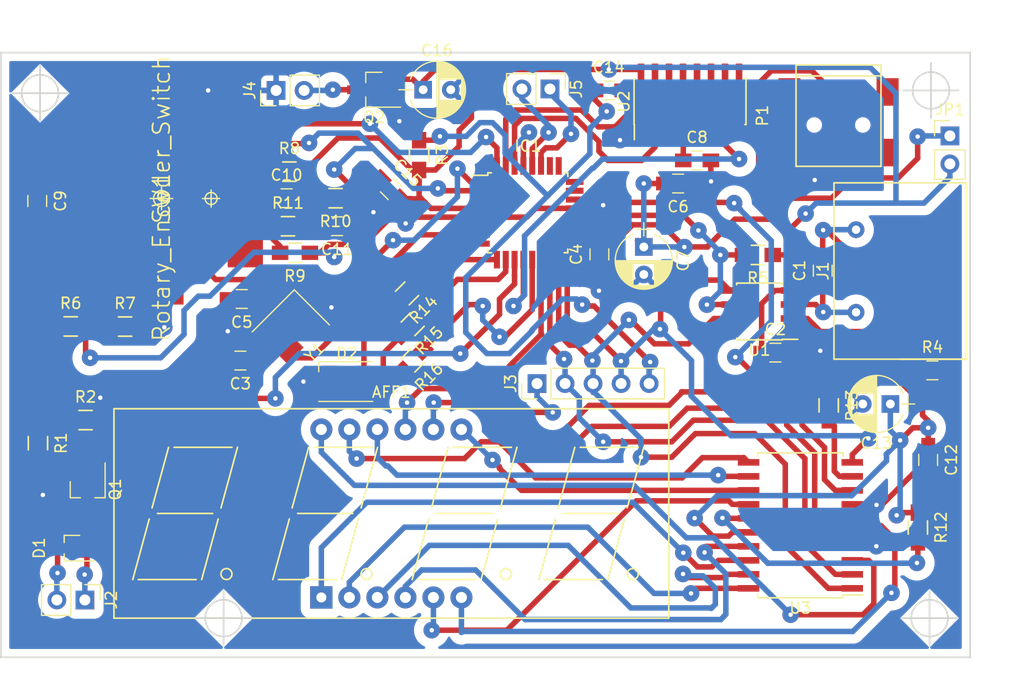
<source format=kicad_pcb>
(kicad_pcb (version 20221018) (generator pcbnew)
  (layers (0 "F.Cu" signal) (31 "B.Cu" signal) (34 "B.Paste" user) (35 "F.Paste" user) (36 "B.SilkS" user "B.Silkscreen") (37 "F.SilkS" user "F.Silkscreen") (38 "B.Mask" user) (39 "F.Mask" user) (44 "Edge.Cuts" user))
  (net 0 "")
  (net 1 "Net-(P1-Pad6)")
  (net 2 "GND")
  (net 3 "Net-(P1-Pad4)")
  (net 4 "Net-(P1-Pad3)")
  (net 5 "Net-(P1-Pad2)")
  (net 6 "Net-(C1-Pad2)")
  (net 7 "Net-(C1-Pad1)")
  (net 8 "/to_relay")
  (net 9 "+5V")
  (net 10 "LED_CS")
  (net 11 "Net-(R12-Pad2)")
  (net 12 "Net-(C11-Pad2)")
  (net 13 "SW_INT")
  (net 14 "SW_DIR")
  (net 15 "Net-(C10-Pad2)")
  (net 16 "SW_BUTTON")
  (net 17 "Net-(C9-Pad1)")
  (net 18 "TEMP_CS")
  (net 19 "RESET")
  (net 20 "ENABLE_RELAY")
  (net 21 "SCK")
  (net 22 "MISO")
  (net 23 "MOSI")
  (net 24 "MC_CS")
  (net 25 "Net-(J4-Pad2)")
  (net 26 "Net-(U2-Pad15)")
  (net 27 "Net-(U2-Pad14)")
  (net 28 "Net-(U2-Pad10)")
  (net 29 "CLKOUT")
  (net 30 "TXD")
  (net 31 "RXD")
  (net 32 "Net-(IC1-Pad26)")
  (net 33 "Net-(IC1-Pad25)")
  (net 34 "Net-(IC1-Pad24)")
  (net 35 "Net-(IC1-Pad23)")
  (net 36 "Net-(IC1-Pad20)")
  (net 37 "Net-(C3-Pad1)")
  (net 38 "Net-(C5-Pad1)")
  (net 39 "Net-(IC1-Pad6)")
  (net 40 "Net-(IC1-Pad3)")
  (net 41 "Net-(D2-Pad4)")
  (net 42 "LED_B")
  (net 43 "LED_G")
  (net 44 "Net-(D2-Pad5)")
  (net 45 "Net-(D2-Pad6)")
  (net 46 "LED_R")
  (net 47 "SCL")
  (net 48 "SDA")
  (net 49 "Net-(JP1-Pad1)")
  (net 50 "Net-(U2-Pad12)")
  (net 51 "Net-(U2-Pad11)")
  (net 52 "Net-(U2-Pad9)")
  (net 53 "Net-(U2-Pad8)")
  (net 54 "Net-(C8-Pad1)")
  (net 55 "Net-(C14-Pad2)")
  (net 56 "/LED_DIGIT_1")
  (net 57 "/LED_DIGIT_3")
  (net 58 "/LED_DIGIT_2")
  (net 59 "/LED_DIGIT_0")
  (net 60 "/LED_SEGMENT_D")
  (net 61 "/LED_SEGMENT_DP")
  (net 62 "/LED_SEGMENT_E")
  (net 63 "/LED_SEGMENT_C")
  (net 64 "/LED_SEGMENT_G")
  (net 65 "/LED_SEGMENT_B")
  (net 66 "/LED_SEGMENT_F")
  (net 67 "/LED_SEGMENT_A")
  (net 68 "Net-(Q1-PadG)")
  (footprint "nespole:USB_Mini-B" (layer "F.Cu") (at 180.594 106.553 -90)
    (fp_text reference "P1")
    (fp_text value "USB_OTG")
  )
  (footprint "nespole:01x02_7.5mm_Header_Screw_Terminal" (layer "F.Cu") (at 186.182 120.65 90)
    (fp_text reference "J1")
    (fp_text value "Screw_Terminal_1x02")
  )
  (footprint "Resistors_SMD:R_0805_HandSoldering" (layer "F.Cu") (at 179.705 132.842 -90)
    (fp_text reference "R13")
    (fp_text value "10k")
  )
  (footprint "Resistors_SMD:R_0805_HandSoldering" (layer "F.Cu") (at 187.78728 143.92148 -90)
    (fp_text reference "R12")
    (fp_text value "9.53k")
  )
  (footprint "Resistors_SMD:R_0805_HandSoldering" (layer "F.Cu") (at 130.683 116.586)
    (fp_text reference "R11")
    (fp_text value "2.2k")
  )
  (footprint "Resistors_SMD:R_0805_HandSoldering" (layer "F.Cu") (at 135.001 114.046 180)
    (fp_text reference "R10")
    (fp_text value "2.2k")
  )
  (footprint "Resistors_SMD:R_0805_HandSoldering" (layer "F.Cu") (at 131.318 118.999 180)
    (fp_text reference "R9")
    (fp_text value "10k")
  )
  (footprint "Resistors_SMD:R_0805_HandSoldering" (layer "F.Cu") (at 130.81 111.633)
    (fp_text reference "R8")
    (fp_text value "10k")
  )
  (footprint "Resistors_SMD:R_0805_HandSoldering" (layer "F.Cu") (at 115.9129 125.6919)
    (fp_text reference "R7")
    (fp_text value "10k")
  )
  (footprint "Resistors_SMD:R_0805_HandSoldering" (layer "F.Cu") (at 110.9853 125.6792)
    (fp_text reference "R6")
    (fp_text value "1k")
  )
  (footprint "Resistors_SMD:R_0805_HandSoldering" (layer "F.Cu") (at 173.28388 119.19204 180)
    (fp_text reference "R5")
    (fp_text value "10k")
  )
  (footprint "Resistors_SMD:R_0805_HandSoldering" (layer "F.Cu") (at 142.5702 110.1344 -90)
    (fp_text reference "R3")
    (fp_text value "10k")
  )
  (footprint "Resistors_SMD:R_0805_HandSoldering" (layer "F.Cu") (at 108.0135 136.271 -90)
    (fp_text reference "R1")
    (fp_text value "270")
  )
  (footprint "Resistors_SMD:R_0805_HandSoldering" (layer "F.Cu") (at 112.3315 134.1755)
    (fp_text reference "R2")
    (fp_text value "10k")
  )
  (footprint "Pin_Headers:Pin_Header_Straight_1x05_Pitch2.54mm" (layer "F.Cu") (at 153.2636 130.8608 90)
    (fp_text reference "J3")
    (fp_text value "Screw_Terminal_1x05")
  )
  (footprint "Pin_Headers:Pin_Header_Straight_1x02_Pitch2.54mm" (layer "F.Cu") (at 112.268 150.495 -90)
    (fp_text reference "J2")
    (fp_text value "Screw_Terminal_1x02")
  )
  (footprint "Pin_Headers:Pin_Header_Straight_1x02_Pitch2.54mm" (layer "F.Cu") (at 129.6035 104.267 90)
    (fp_text reference "J4")
    (fp_text value "Screw_Terminal_1x02")
  )
  (footprint "Housings_SOIC:SOIC-8_3.9x4.9mm_Pitch1.27mm" (layer "F.Cu") (at 173.4312 124.32284 180)
    (fp_text reference "U1")
    (fp_text value "MAX6675")
  )
  (footprint "Housings_SOIC:SOIC-20W_7.5x12.8mm_Pitch1.27mm" (layer "F.Cu") (at 177.1396 143.7259 180)
    (fp_text reference "U3")
    (fp_text value "AS1108")
  )
  (footprint "Housings_QFP:TQFP-32_7x7mm_Pitch0.8mm" (layer "F.Cu") (at 152.4254 115.3668)
    (fp_text reference "IC1")
    (fp_text value "ATMEGA328PB-A")
  )
  (footprint "Displays_7-Segment:Cx56-12" (layer "F.Cu") (at 133.7056 150.2664)
    (fp_text reference "AFF1")
    (fp_text value "CA56-12")
  )
  (footprint "Capacitors_SMD:C_0805_HandSoldering" (layer "F.Cu") (at 189.103 129.667)
    (fp_text reference "R4")
    (fp_text value "0")
  )
  (footprint "Capacitors_SMD:C_0805_HandSoldering" (layer "F.Cu") (at 188.722 137.795 -90)
    (fp_text reference "C12")
    (fp_text value "0.1uF")
  )
  (footprint "Capacitors_SMD:C_0805_HandSoldering" (layer "F.Cu") (at 135.128 116.586 180)
    (fp_text reference "C11")
    (fp_text value "0.1u")
  )
  (footprint "Capacitors_SMD:C_0805_HandSoldering" (layer "F.Cu") (at 130.556 114.046)
    (fp_text reference "C10")
    (fp_text value "0.1u")
  )
  (footprint "Capacitors_SMD:C_0805_HandSoldering" (layer "F.Cu") (at 107.95 114.3 -90)
    (fp_text reference "C9")
    (fp_text value "0.1u")
  )
  (footprint "Capacitors_SMD:C_0805_HandSoldering" (layer "F.Cu") (at 167.767 110.617)
    (fp_text reference "C8")
    (fp_text value "0.1u")
  )
  (footprint "Capacitors_SMD:C_0805_HandSoldering" (layer "F.Cu") (at 166.0525 112.7125 180)
    (fp_text reference "C6")
    (fp_text value "0.1u")
  )
  (footprint "Capacitors_SMD:C_0805_HandSoldering" (layer "F.Cu") (at 126.492 123.19 180)
    (fp_text reference "C5")
    (fp_text value "22p")
  )
  (footprint "Capacitors_SMD:C_0805_HandSoldering" (layer "F.Cu") (at 158.9151 119.1387 90)
    (fp_text reference "C4")
    (fp_text value "0.1u")
  )
  (footprint "Capacitors_SMD:C_0805_HandSoldering" (layer "F.Cu") (at 126.365 128.778 180)
    (fp_text reference "C3")
    (fp_text value "22p")
  )
  (footprint "Capacitors_SMD:C_0805_HandSoldering" (layer "F.Cu") (at 174.87392 128.05664)
    (fp_text reference "C2")
    (fp_text value "0.1u")
  )
  (footprint "Capacitors_SMD:C_0805_HandSoldering" (layer "F.Cu") (at 179.16144 120.61952 90)
    (fp_text reference "C1")
    (fp_text value "0.1u")
  )
  (footprint "Capacitors_THT:CP_Radial_D5.0mm_P2.50mm" (layer "F.Cu") (at 185.293 132.715 180)
    (fp_text reference "C13")
    (fp_text value "10u")
  )
  (footprint "Capacitors_THT:CP_Radial_D5.0mm_P2.50mm" (layer "F.Cu") (at 162.941 118.4656 -90)
    (fp_text reference "C7")
    (fp_text value "10m")
  )
  (footprint "nespole:ROTARY-ENCODER-PEC11S" (layer "F.Cu") (at 119.2149 114.0714 90)
    (fp_text reference "SW1")
    (fp_text value "Rotary_Encoder_Switch")
  )
  (footprint "nespole:SOT-23_Handsoldering" (layer "F.Cu") (at 138.4935 104.2035 180)
    (fp_text reference "Q2")
    (fp_text value "MOSFET_P_CH")
  )
  (footprint "nespole:SOT-323_DIODE" (layer "F.Cu") (at 111.125 145.796 90)
    (fp_text reference "D1")
    (fp_text value "D")
  )
  (footprint "Resistors_SMD:R_0805_HandSoldering" (layer "F.Cu") (at 141.986 128.778 -135)
    (fp_text reference "R16")
    (fp_text value "1.5k")
  )
  (footprint "Resistors_SMD:R_0805_HandSoldering" (layer "F.Cu") (at 141.986 125.476 -135)
    (fp_text reference "R15")
    (fp_text value "1k")
  )
  (footprint "Resistors_SMD:R_0805_HandSoldering" (layer "F.Cu") (at 141.478 122.682 -135)
    (fp_text reference "R14")
    (fp_text value "1k")
  )
  (footprint "LEDs:LED_RGB_PLCC-6" (layer "F.Cu") (at 136.017 130.683)
    (fp_text reference "D2")
    (fp_text value "LED_RGB")
  )
  (footprint "Pin_Headers:Pin_Header_Straight_1x02_Pitch2.54mm" (layer "F.Cu") (at 154.432 104.14 -90)
    (fp_text reference "J5")
    (fp_text value "Screw_Terminal_1x02")
  )
  (footprint "Crystals:Crystal_SMD_TXC_7M-4pin_3.2x2.5mm_HandSoldering" (layer "F.Cu") (at 130.937 125.857 -135)
    (fp_text reference "Y1")
    (fp_text value "Crystal_GND24")
  )
  (footprint "Pin_Headers:Pin_Header_Straight_1x02_Pitch2.54mm" (layer "F.Cu") (at 190.6905 108.3945)
    (fp_text reference "JP1")
    (fp_text value "Jumper_NO_Small")
  )
  (footprint "Housings_SOIC:SOIC-16_3.9x9.9mm_Pitch1.27mm" (layer "F.Cu") (at 167.132 105.283 90)
    (fp_text reference "U2")
    (fp_text value "CH340G")
  )
  (footprint "Capacitors_SMD:C_0805_HandSoldering" (layer "F.Cu") (at 159.766 104.267)
    (fp_text reference "C14")
    (fp_text value "0.1u")
  )
  (footprint "Capacitors_THT:CP_Radial_D5.0mm_P2.50mm" (layer "F.Cu") (at 142.9385 104.2035)
    (fp_text reference "C16")
    (fp_text value "22m")
  )
  (footprint "Capacitors_SMD:C_0805_HandSoldering" (layer "F.Cu") (at 140.0175 113.2205 -45)
    (fp_text reference "C15")
    (fp_text value "0.1u")
  )
  (footprint "nespole:SOT-23_Handsoldering" (layer "F.Cu") (at 112.522 140.462 -90)
    (fp_text reference "Q1")
    (fp_text value "MOSFET_N_CH")
  )
  (gr_line (start 192.532 100.838) (end 192.532 155.702) (stroke (width 0.15)) (layer "Edge.Cuts"))
  (gr_line (start 108.839 100.838) (end 192.532 100.838) (stroke (width 0.15)) (layer "Edge.Cuts"))
  (gr_line (start 104.648 155.702) (end 104.648 100.838) (stroke (width 0.15)) (layer "Edge.Cuts"))
  (gr_line (start 192.532 155.702) (end 104.648 155.702) (stroke (width 0.15)) (layer "Edge.Cuts"))
  (gr_line (start 104.648 100.838) (end 108.839 100.838) (stroke (width 0.15)) (layer "Edge.Cuts"))
  (target plus (at 188.849 152.146) (size 5) (width 0.15) (layer "Edge.Cuts"))
  (target plus (at 188.976 104.267) (size 5) (width 0.15) (layer "Edge.Cuts"))
  (target plus (at 124.841 152.146) (size 5) (width 0.15) (layer "Edge.Cuts"))
  (target plus (at 108.204 104.521) (size 5) (width 0.15) (layer "Edge.Cuts"))
  (segment (start 158.9151 122.40006) (end 158.877 122.43816) (width 0.5) (layer "F.Cu") (net 2))
  (segment (start 126.84506 114.0587) (end 126.83236 114.0714) (width 0.5) (layer "F.Cu") (net 2))
  (segment (start 119.40286 125.6919) (end 119.47144 125.76048) (width 0.5) (layer "F.Cu") (net 2))
  (segment (start 124.8156 114.0714) (end 123.4186 112.6744) (width 0.5) (layer "F.Cu") (net 2))
  (segment (start 176.12392 126.23512) (end 176.1312 126.22784) (width 0.5) (layer "F.Cu") (net 2))
  (segment (start 183.98998 141.8209) (end 184.03824 141.86916) (width 0.5) (layer "F.Cu") (net 2))
  (segment (start 184.0103 145.6309) (end 184.023 145.6182) (width 0.5) (layer "F.Cu") (net 2))
  (segment (start 190.119 139.573) (end 191.262 138.43) (width 0.5) (layer "F.Cu") (net 2))
  (segment (start 191.262 138.43) (end 191.262 133.731) (width 0.5) (layer "F.Cu") (net 2))
  (segment (start 189.25 139.573) (end 188.722 139.045) (width 0.5) (layer "F.Cu") (net 2))
  (segment (start 184.52084 141.86916) (end 187.345 139.045) (width 0.5) (layer "F.Cu") (net 2))
  (segment (start 187.345 139.045) (end 188.722 139.045) (width 0.5) (layer "F.Cu") (net 2))
  (segment (start 191.262 133.731) (end 191.262 133.604) (width 0.5) (layer "F.Cu") (net 2))
  (segment (start 191.262 131.826) (end 190.353 130.917) (width 0.5) (layer "F.Cu") (net 2))
  (segment (start 190.353 130.917) (end 190.353 129.667) (width 0.5) (layer "F.Cu") (net 2))
  (segment (start 123.4186 112.6744) (end 123.40844 112.66424) (width 0.5) (layer "F.Cu") (net 2))
  (segment (start 123.4186 104.2924) (end 123.444 104.267) (width 0.5) (layer "F.Cu") (net 2))
  (segment (start 129.2806 114.0714) (end 129.306 114.046) (width 0.5) (layer "F.Cu") (net 2))
  (segment (start 137.16 116.586) (end 138.43 115.316) (width 0.5) (layer "F.Cu") (net 2))
  (segment (start 141.9162 115.7668) (end 141.351 116.332) (width 0.5) (layer "F.Cu") (net 2))
  (segment (start 132.927132 125.644868) (end 134.62 123.952) (width 0.5) (layer "F.Cu") (net 2))
  (segment (start 125.263868 126.069132) (end 125.222 126.111) (width 0.5) (layer "F.Cu") (net 2))
  (segment (start 125.242 126.091) (end 125.222 126.111) (width 0.5) (layer "F.Cu") (net 2))
  (segment (start 125.115 126.218) (end 125.222 126.111) (width 0.5) (layer "F.Cu") (net 2))
  (segment (start 158.9722 114.9668) (end 159.258 114.681) (width 0.5) (layer "F.Cu") (net 2))
  (segment (start 177.29708 126.24308) (end 178.943 127.889) (width 0.5) (layer "F.Cu") (net 2))
  (segment (start 169.017 112.502) (end 169.037 112.522) (width 0.5) (layer "F.Cu") (net 2))
  (segment (start 178.9938 111.8362) (end 178.435 112.395) (width 0.5) (layer "F.Cu") (net 2))
  (segment (start 168.8465 112.7125) (end 169.037 112.522) (width 0.5) (layer "F.Cu") (net 2))
  (segment (start 152.3302 115.7668) (end 153.1302 114.9668) (width 0.5) (layer "F.Cu") (net 2))
  (segment (start 153.1302 114.9668) (end 156.6754 114.9668) (width 0.5) (layer "F.Cu") (net 2))
  (segment (start 161.5745 107.983) (end 160.782 108.7755) (width 0.5) (layer "F.Cu") (net 2))
  (segment (start 138.932883 112.336617) (end 138.43 112.8395) (width 0.5) (layer "F.Cu") (net 2))
  (segment (start 138.43 112.8395) (end 138.43 115.316) (width 0.5) (layer "F.Cu") (net 2))
  (segment (start 139.9935 106.275) (end 140.7795 107.061) (width 0.5) (layer "F.Cu") (net 2))
  (segment (start 110.466 138.962) (end 108.458 140.97) (width 0.5) (layer "F.Cu") (net 2))
  (segment (start 113.6815 132.16) (end 113.665 132.1435) (width 0.5) (layer "F.Cu") (net 2))
  (segment (start 177.29708 126.22784) (end 177.29708 126.24308) (width 0.5) (layer "F.Cu") (net 2))
  (segment (start 181.8396 145.6309) (end 184.0103 145.6309) (width 0.5) (layer "F.Cu") (net 2))
  (segment (start 144.0752 115.7668) (end 141.9162 115.7668) (width 0.5) (layer "F.Cu") (net 2))
  (segment (start 126.83236 114.0714) (end 129.2806 114.0714) (width 0.5) (layer "F.Cu") (net 2))
  (segment (start 148.1754 115.7668) (end 144.55272 115.7668) (width 0.5) (layer "F.Cu") (net 2))
  (segment (start 139.133617 112.336617) (end 138.932883 112.336617) (width 0.5) (layer "F.Cu") (net 2))
  (segment (start 162.687 107.983) (end 161.5745 107.983) (width 0.5) (layer "F.Cu") (net 2))
  (segment (start 156.6754 114.9668) (end 158.9722 114.9668) (width 0.5) (layer "F.Cu") (net 2))
  (segment (start 134.467 131.783) (end 134.467 130.683) (width 0.5) (layer "F.Cu") (net 2))
  (segment (start 126.83236 114.0714) (end 124.8156 114.0714) (width 0.5) (layer "F.Cu") (net 2))
  (segment (start 158.9151 120.3887) (end 158.9151 122.40006) (width 0.5) (layer "F.Cu") (net 2))
  (segment (start 144.55272 115.7668) (end 144.0752 115.7668) (width 0.5) (layer "F.Cu") (net 2))
  (segment (start 169.017 112.502) (end 169.017 110.617) (width 0.5) (layer "F.Cu") (net 2))
  (segment (start 125.263868 126.069132) (end 129.098522 126.069132) (width 0.5) (layer "F.Cu") (net 2))
  (segment (start 125.242 123.19) (end 125.242 126.091) (width 0.5) (layer "F.Cu") (net 2))
  (segment (start 167.3025 112.7125) (end 168.8465 112.7125) (width 0.5) (layer "F.Cu") (net 2))
  (segment (start 117.2629 125.6919) (end 119.40286 125.6919) (width 0.5) (layer "F.Cu") (net 2))
  (segment (start 191.262 133.731) (end 191.262 131.826) (width 0.5) (layer "F.Cu") (net 2))
  (segment (start 134.467 130.683) (end 134.467 129.583) (width 0.5) (layer "F.Cu") (net 2))
  (segment (start 136.378 116.586) (end 137.16 116.586) (width 0.5) (layer "F.Cu") (net 2))
  (segment (start 113.6815 134.1755) (end 113.6815 132.16) (width 0.5) (layer "F.Cu") (net 2))
  (segment (start 184.03824 141.86916) (end 184.52084 141.86916) (width 0.5) (layer "F.Cu") (net 2))
  (segment (start 181.8396 141.8209) (end 183.98998 141.8209) (width 0.5) (layer "F.Cu") (net 2))
  (segment (start 123.4186 112.6744) (end 123.4186 104.2924) (width 0.5) (layer "F.Cu") (net 2))
  (segment (start 132.775478 125.644868) (end 132.927132 125.644868) (width 0.5) (layer "F.Cu") (net 2))
  (segment (start 111.572 138.962) (end 110.466 138.962) (width 0.5) (layer "F.Cu") (net 2))
  (segment (start 189.25 139.573) (end 190.119 139.573) (width 0.5) (layer "F.Cu") (net 2))
  (segment (start 178.9938 110.00232) (end 178.9938 111.8362) (width 0.5) (layer "F.Cu") (net 2))
  (segment (start 148.1754 115.7668) (end 152.3302 115.7668) (width 0.5) (layer "F.Cu") (net 2))
  (segment (start 134.467 130.683) (end 132.08 130.683) (width 0.5) (layer "F.Cu") (net 2))
  (segment (start 125.115 128.778) (end 125.115 126.218) (width 0.5) (layer "F.Cu") (net 2))
  (segment (start 139.9935 105.1535) (end 139.9935 106.275) (width 0.5) (layer "F.Cu") (net 2))
  (segment (start 176.12392 128.05664) (end 176.12392 126.23512) (width 0.5) (layer "F.Cu") (net 2))
  (segment (start 176.1312 126.22784) (end 177.29708 126.22784) (width 0.5) (layer "F.Cu") (net 2))
  (via (at 158.877 122.43816) (size 1.5) (drill 0.4) (layers "F.Cu" "B.Cu") (net 2))
  (via (at 178.435 112.395) (size 1.5) (drill 0.4) (layers "F.Cu" "B.Cu") (net 2))
  (via (at 140.7795 107.061) (size 1.5) (drill 0.4) (layers "F.Cu" "B.Cu") (net 2))
  (via (at 178.943 127.889) (size 1.5) (drill 0.4) (layers "F.Cu" "B.Cu") (net 2))
  (via (at 134.62 123.952) (size 1.5) (drill 0.4) (layers "F.Cu" "B.Cu") (net 2))
  (via (at 108.458 140.97) (size 1.5) (drill 0.4) (layers "F.Cu" "B.Cu") (net 2))
  (via (at 169.037 112.522) (size 1.5) (drill 0.4) (layers "F.Cu" "B.Cu") (net 2))
  (via (at 132.08 130.683) (size 1.5) (drill 0.4) (layers "F.Cu" "B.Cu") (net 2))
  (via (at 113.665 132.1435) (size 1.5) (drill 0.4) (layers "F.Cu" "B.Cu") (net 2))
  (via (at 160.782 108.7755) (size 1.5) (drill 0.4) (layers "F.Cu" "B.Cu") (net 2))
  (via (at 141.351 116.332) (size 1.5) (drill 0.4) (layers "F.Cu" "B.Cu") (net 2))
  (via (at 123.444 104.267) (size 1.5) (drill 0.4) (layers "F.Cu" "B.Cu") (net 2))
  (via (at 184.023 145.6182) (size 1.5) (drill 0.4) (layers "F.Cu" "B.Cu") (net 2))
  (via (at 138.43 115.316) (size 1.5) (drill 0.4) (layers "F.Cu" "B.Cu") (net 2))
  (via (at 125.222 126.111) (size 1.5) (drill 0.4) (layers "F.Cu" "B.Cu") (net 2))
  (via (at 159.258 114.681) (size 1.5) (drill 0.4) (layers "F.Cu" "B.Cu") (net 2))
  (via (at 184.03824 141.86916) (size 1.5) (drill 0.4) (layers "F.Cu" "B.Cu") (net 2))
  (via (at 119.47144 125.76048) (size 1.5) (drill 0.4) (layers "F.Cu" "B.Cu") (net 2))
  (segment (start 180.594 104.902) (end 178.181 102.489) (width 0.5) (layer "F.Cu") (net 4))
  (segment (start 178.181 102.489) (end 174.498 102.489) (width 0.5) (layer "F.Cu") (net 4))
  (segment (start 174.498 102.489) (end 171.45 105.537) (width 0.5) (layer "F.Cu") (net 4))
  (segment (start 171.45 105.537) (end 168.148 105.537) (width 0.5) (layer "F.Cu") (net 4))
  (segment (start 168.148 105.537) (end 167.767 105.918) (width 0.5) (layer "F.Cu") (net 4))
  (segment (start 167.767 105.918) (end 167.767 107.983) (width 0.5) (layer "F.Cu") (net 4))
  (segment (start 180.594 105.918) (end 180.594 104.902) (width 0.5) (layer "F.Cu") (net 4))
  (segment (start 180.594 110.00232) (end 180.594 105.918) (width 0.5) (layer "F.Cu") (net 4))
  (segment (start 169.037 106.807) (end 169.291 106.553) (width 0.5) (layer "F.Cu") (net 5))
  (segment (start 169.291 106.553) (end 172.593 106.553) (width 0.5) (layer "F.Cu") (net 5))
  (segment (start 172.593 106.553) (end 173.355 107.315) (width 0.5) (layer "F.Cu") (net 5))
  (segment (start 173.355 107.315) (end 173.355 110.998) (width 0.5) (layer "F.Cu") (net 5))
  (segment (start 173.355 110.998) (end 175.006 112.649) (width 0.5) (layer "F.Cu") (net 5))
  (segment (start 181.356 112.649) (end 181.3941 112.6109) (width 0.5) (layer "F.Cu") (net 5))
  (segment (start 181.3941 112.6109) (end 181.3941 110.00232) (width 0.5) (layer "F.Cu") (net 5))
  (segment (start 179.959 114.046) (end 176.403 114.046) (width 0.5) (layer "F.Cu") (net 5))
  (segment (start 176.403 114.046) (end 175.006 112.649) (width 0.5) (layer "F.Cu") (net 5))
  (segment (start 169.037 106.807) (end 169.037 107.983) (width 0.5) (layer "F.Cu") (net 5))
  (segment (start 181.3941 112.6109) (end 179.959 114.046) (width 0.5) (layer "F.Cu") (net 5))
  (segment (start 177.76952 124.95784) (end 178.95824 126.14656) (width 0.5) (layer "F.Cu") (net 6))
  (segment (start 178.95824 126.14656) (end 183.20512 126.14656) (width 0.5) (layer "F.Cu") (net 6))
  (segment (start 183.20512 126.14656) (end 184.26176 125.08992) (width 0.5) (layer "F.Cu") (net 6))
  (segment (start 184.26176 125.08992) (end 184.26176 124.968) (width 0.5) (layer "F.Cu") (net 6))
  (segment (start 184.26176 121.69648) (end 179.50688 116.9416) (width 0.5) (layer "F.Cu") (net 6))
  (segment (start 179.50688 116.9416) (end 179.20208 116.9416) (width 0.5) (layer "F.Cu") (net 6))
  (segment (start 179.16144 116.98224) (end 179.20208 116.9416) (width 0.5) (layer "F.Cu") (net 6))
  (segment (start 185.44 126.14624) (end 184.26176 124.968) (width 0.5) (layer "F.Cu") (net 6))
  (segment (start 184.26176 124.968) (end 184.26176 121.69648) (width 0.5) (layer "F.Cu") (net 6))
  (segment (start 187.853 128.55924) (end 185.44 126.14624) (width 0.5) (layer "F.Cu") (net 6))
  (segment (start 176.1312 124.95784) (end 177.76952 124.95784) (width 0.5) (layer "F.Cu") (net 6))
  (segment (start 187.853 129.667) (end 187.853 128.55924) (width 0.5) (layer "F.Cu") (net 6))
  (segment (start 179.16144 119.36952) (end 179.16144 116.98224) (width 0.5) (layer "F.Cu") (net 6))
  (via (at 179.20208 116.9416) (size 1.5) (drill 0.4) (layers "F.Cu" "B.Cu") (net 6))
  (segment (start 179.20208 116.9416) (end 179.24368 116.9) (width 0.5) (layer "B.Cu") (net 6))
  (segment (start 179.24368 116.9) (end 182.182 116.9) (width 0.5) (layer "B.Cu") (net 6))
  (segment (start 178.52136 123.68784) (end 179.20716 124.37364) (width 0.5) (layer "F.Cu") (net 7))
  (segment (start 179.16144 124.32792) (end 179.20716 124.37364) (width 0.5) (layer "F.Cu") (net 7))
  (segment (start 176.1312 123.68784) (end 178.52136 123.68784) (width 0.5) (layer "F.Cu") (net 7))
  (segment (start 179.16144 121.86952) (end 179.16144 124.32792) (width 0.5) (layer "F.Cu") (net 7))
  (via (at 179.20716 124.37364) (size 1.5) (drill 0.4) (layers "F.Cu" "B.Cu") (net 7))
  (segment (start 179.20716 124.37364) (end 179.23352 124.4) (width 0.5) (layer "B.Cu") (net 7))
  (segment (start 179.23352 124.4) (end 182.182 124.4) (width 0.5) (layer "B.Cu") (net 7))
  (segment (start 112.24768 148.19376) (end 112.455 147.98644) (width 0.5) (layer "F.Cu") (net 8))
  (segment (start 112.455 147.98644) (end 112.455 146.446) (width 0.5) (layer "F.Cu") (net 8))
  (segment (start 113.8532 146.446) (end 114.2365 146.0627) (width 0.5) (layer "F.Cu") (net 8))
  (segment (start 112.522 141.962) (end 113.7525 143.1925) (width 0.5) (layer "F.Cu") (net 8))
  (segment (start 113.792 143.1925) (end 114.2365 143.637) (width 0.5) (layer "F.Cu") (net 8))
  (segment (start 114.2365 143.637) (end 114.2365 146.0627) (width 0.5) (layer "F.Cu") (net 8))
  (segment (start 114.2365 146.0627) (end 114.33556 145.96364) (width 0.5) (layer "F.Cu") (net 8))
  (segment (start 113.7525 143.1925) (end 113.792 143.1925) (width 0.5) (layer "F.Cu") (net 8))
  (segment (start 112.455 146.446) (end 113.8532 146.446) (width 0.5) (layer "F.Cu") (net 8))
  (via (at 112.24768 148.19376) (size 1.5) (drill 0.4) (layers "F.Cu" "B.Cu") (net 8))
  (segment (start 112.268 148.21408) (end 112.24768 148.19376) (width 0.5) (layer "B.Cu") (net 8))
  (segment (start 112.268 150.495) (end 112.268 148.21408) (width 0.5) (layer "B.Cu") (net 8))
  (segment (start 144.04468 111.4844) (end 146.19732 109.33176) (width 0.5) (layer "F.Cu") (net 9))
  (segment (start 146.19732 109.33176) (end 146.19732 107.88396) (width 0.5) (layer "F.Cu") (net 9))
  (segment (start 146.19732 107.88396) (end 147.30984 106.77144) (width 0.5) (layer "F.Cu") (net 9))
  (segment (start 147.30984 106.77144) (end 147.30984 103.759) (width 0.5) (layer "F.Cu") (net 9))
  (segment (start 143.63832 114.9668) (end 143.05026 114.37874) (width 0.5) (layer "F.Cu") (net 9))
  (segment (start 142.5702 113.89868) (end 142.5702 111.4844) (width 0.5) (layer "F.Cu") (net 9))
  (segment (start 162.3641 117.8887) (end 162.941 118.4656) (width 0.5) (layer "F.Cu") (net 9))
  (segment (start 158.3932 117.3668) (end 158.9151 117.8887) (width 0.5) (layer "F.Cu") (net 9))
  (segment (start 166.61892 118.47576) (end 166.62908 118.4656) (width 0.5) (layer "F.Cu") (net 9))
  (segment (start 165.09492 116.95176) (end 166.61892 118.47576) (width 0.5) (layer "F.Cu") (net 9))
  (segment (start 142.4089 111.6457) (end 142.5702 111.4844) (width 0.5) (layer "F.Cu") (net 9))
  (segment (start 109.728 145.863) (end 109.795 145.796) (width 0.5) (layer "F.Cu") (net 9))
  (segment (start 109.44352 145.796) (end 107.20832 143.5608) (width 0.5) (layer "F.Cu") (net 9))
  (segment (start 107.20832 131.17576) (end 112.3353 126.04878) (width 0.5) (layer "F.Cu") (net 9))
  (segment (start 112.3353 126.04878) (end 112.3353 125.6792) (width 0.5) (layer "F.Cu") (net 9))
  (segment (start 109.795 148.04548) (end 109.78896 148.05152) (width 0.5) (layer "F.Cu") (net 9))
  (segment (start 107.18292 143.5608) (end 106.74096 143.11884) (width 0.5) (layer "F.Cu") (net 9))
  (segment (start 106.74096 131.64312) (end 107.20832 131.17576) (width 0.5) (layer "F.Cu") (net 9))
  (segment (start 175.93056 119.19204) (end 176.1312 119.39268) (width 0.5) (layer "F.Cu") (net 9))
  (segment (start 176.1312 116.98476) (end 176.1312 119.39268) (width 0.5) (layer "F.Cu") (net 9))
  (segment (start 173.62392 123.61704) (end 174.82312 122.41784) (width 0.5) (layer "F.Cu") (net 9))
  (segment (start 174.82312 122.41784) (end 176.1312 122.41784) (width 0.5) (layer "F.Cu") (net 9))
  (segment (start 177.64888 129.66192) (end 177.5949 129.7159) (width 0.5) (layer "F.Cu") (net 9))
  (segment (start 170.96994 144.3609) (end 170.62704 144.7038) (width 0.5) (layer "F.Cu") (net 9))
  (segment (start 170.62704 144.7038) (end 169.17924 144.7038) (width 0.5) (layer "F.Cu") (net 9))
  (segment (start 169.17924 144.7038) (end 167.54856 143.07312) (width 0.5) (layer "F.Cu") (net 9))
  (segment (start 112.74044 128.524) (end 112.3353 128.11886) (width 0.5) (layer "F.Cu") (net 9))
  (segment (start 112.3353 128.11886) (end 112.3353 125.6792) (width 0.5) (layer "F.Cu") (net 9))
  (segment (start 143.16456 114.49304) (end 142.5702 113.89868) (width 0.5) (layer "F.Cu") (net 9))
  (segment (start 147.30984 103.759) (end 147.30984 103.71324) (width 0.5) (layer "F.Cu") (net 9))
  (segment (start 147.32 103.759) (end 148.6535 102.4255) (width 0.5) (layer "F.Cu") (net 9))
  (segment (start 148.717 102.362) (end 156.14908 102.362) (width 0.5) (layer "F.Cu") (net 9))
  (segment (start 188.214 133.731) (end 188.722 134.239) (width 0.5) (layer "F.Cu") (net 9))
  (segment (start 188.722 134.239) (end 188.722 134.874) (width 0.5) (layer "F.Cu") (net 9))
  (segment (start 185.26252 129.76352) (end 188.214 132.715) (width 0.5) (layer "F.Cu") (net 9))
  (segment (start 188.214 132.715) (end 188.214 133.731) (width 0.5) (layer "F.Cu") (net 9))
  (segment (start 186.182 136.017) (end 187.325 134.874) (width 0.5) (layer "F.Cu") (net 9))
  (segment (start 187.325 134.874) (end 188.722 134.874) (width 0.5) (layer "F.Cu") (net 9))
  (segment (start 185.2149 129.7159) (end 185.26252 129.76352) (width 0.5) (layer "F.Cu") (net 9))
  (segment (start 177.673 129.7159) (end 179.705 129.7159) (width 0.5) (layer "F.Cu") (net 9))
  (segment (start 174.0389 129.7159) (end 173.62392 129.30092) (width 0.5) (layer "F.Cu") (net 9))
  (segment (start 173.62392 129.30092) (end 173.62392 128.05664) (width 0.5) (layer "F.Cu") (net 9))
  (segment (start 179.705 129.7159) (end 179.705 129.921) (width 0.5) (layer "F.Cu") (net 9))
  (segment (start 179.705 129.921) (end 179.705 129.7159) (width 0.5) (layer "F.Cu") (net 9))
  (segment (start 179.705 129.7159) (end 185.2149 129.7159) (width 0.5) (layer "F.Cu") (net 9))
  (segment (start 133.604 118.999) (end 134.366 118.237) (width 0.5) (layer "F.Cu") (net 9))
  (segment (start 134.366 118.237) (end 137.541 118.237) (width 0.5) (layer "F.Cu") (net 9))
  (segment (start 137.541 118.237) (end 140.3985 115.3795) (width 0.5) (layer "F.Cu") (net 9))
  (segment (start 143.05026 114.37874) (end 143.16456 114.49304) (width 0.5) (layer "F.Cu") (net 9))
  (segment (start 134.493 118.999) (end 134.874 119.38) (width 0.5) (layer "F.Cu") (net 9))
  (segment (start 168.7322 118.4148) (end 171.196 115.951) (width 0.5) (layer "F.Cu") (net 9))
  (segment (start 171.196 115.951) (end 175.09744 115.951) (width 0.5) (layer "F.Cu") (net 9))
  (segment (start 175.09744 115.951) (end 176.1312 116.98476) (width 0.5) (layer "F.Cu") (net 9))
  (segment (start 162.466 102.362) (end 162.687 102.583) (width 0.5) (layer "F.Cu") (net 9))
  (segment (start 177.6095 115.443) (end 176.1312 116.9213) (width 0.5) (layer "F.Cu") (net 9))
  (segment (start 176.1312 116.9213) (end 176.1312 116.98476) (width 0.5) (layer "F.Cu") (net 9))
  (segment (start 159.766 102.362) (end 156.14908 102.362) (width 0.5) (layer "F.Cu") (net 9))
  (segment (start 159.9565 117.8887) (end 159.96698 117.8887) (width 0.5) (layer "F.Cu") (net 9))
  (segment (start 160.4953 117.8887) (end 161.925 116.459) (width 0.5) (layer "F.Cu") (net 9))
  (segment (start 161.925 116.459) (end 164.719 116.459) (width 0.5) (layer "F.Cu") (net 9))
  (segment (start 164.719 116.459) (end 165.09492 116.83492) (width 0.5) (layer "F.Cu") (net 9))
  (segment (start 165.09492 116.83492) (end 165.09492 116.95176) (width 0.5) (layer "F.Cu") (net 9))
  (segment (start 162.941 112.7125) (end 164.8025 112.7125) (width 0.5) (layer "F.Cu") (net 9))
  (segment (start 186.10452 142.57148) (end 185.8645 142.8115) (width 0.5) (layer "F.Cu") (net 9))
  (segment (start 106.74096 143.06296) (end 106.045 142.367) (width 0.5) (layer "F.Cu") (net 9))
  (segment (start 106.045 142.367) (end 106.045 132.33908) (width 0.5) (layer "F.Cu") (net 9))
  (segment (start 106.045 132.33908) (end 106.74096 131.64312) (width 0.5) (layer "F.Cu") (net 9))
  (segment (start 141.9009 111.4844) (end 139.0015 108.585) (width 0.5) (layer "F.Cu") (net 9))
  (segment (start 139.0015 108.585) (end 135.208 108.585) (width 0.5) (layer "F.Cu") (net 9))
  (segment (start 135.208 108.585) (end 132.16 111.633) (width 0.5) (layer "F.Cu") (net 9))
  (segment (start 142.775903 114.104383) (end 142.5702 113.89868) (width 0.5) (layer "F.Cu") (net 9))
  (segment (start 141.9885 103.2535) (end 142.9385 104.2035) (width 0.5) (layer "F.Cu") (net 9))
  (segment (start 142.9385 103.4415) (end 143.9545 102.4255) (width 0.5) (layer "F.Cu") (net 9))
  (segment (start 143.9545 102.4255) (end 148.6535 102.4255) (width 0.5) (layer "F.Cu") (net 9))
  (segment (start 148.6535 102.4255) (end 148.717 102.362) (width 0.5) (layer "F.Cu") (net 9))
  (segment (start 141.859 114.104383) (end 142.775903 114.104383) (width 0.5) (layer "F.Cu") (net 9))
  (segment (start 141.673617 114.104383) (end 140.3985 115.3795) (width 0.5) (layer "F.Cu") (net 9))
  (segment (start 140.3985 115.3795) (end 140.843 114.935) (width 0.5) (layer "F.Cu") (net 9))
  (segment (start 148.1754 114.9668) (end 143.63832 114.9668) (width 0.5) (layer "F.Cu") (net 9))
  (segment (start 109.795 145.796) (end 109.44352 145.796) (width 0.5) (layer "F.Cu") (net 9))
  (segment (start 177.5949 129.7159) (end 177.673 129.7159) (width 0.5) (layer "F.Cu") (net 9))
  (segment (start 139.9935 103.2535) (end 141.9885 103.2535) (width 0.5) (layer "F.Cu") (net 9))
  (segment (start 109.795 145.796) (end 109.795 148.04548) (width 0.5) (layer "F.Cu") (net 9))
  (segment (start 159.9565 117.8887) (end 160.4953 117.8887) (width 0.5) (layer "F.Cu") (net 9))
  (segment (start 173.62392 128.05664) (end 173.62392 123.61704) (width 0.5) (layer "F.Cu") (net 9))
  (segment (start 142.5702 111.4844) (end 141.9009 111.4844) (width 0.5) (layer "F.Cu") (net 9))
  (segment (start 174.63388 119.19204) (end 175.93056 119.19204) (width 0.5) (layer "F.Cu") (net 9))
  (segment (start 140.901383 114.104383) (end 141.155383 114.104383) (width 0.5) (layer "F.Cu") (net 9))
  (segment (start 156.6754 117.3668) (end 158.3932 117.3668) (width 0.5) (layer "F.Cu") (net 9))
  (segment (start 107.20832 143.5608) (end 107.18292 143.5608) (width 0.5) (layer "F.Cu") (net 9))
  (segment (start 112.3353 125.6792) (end 112.3353 126.52882) (width 0.5) (layer "F.Cu") (net 9))
  (segment (start 141.859 114.104383) (end 141.673617 114.104383) (width 0.5) (layer "F.Cu") (net 9))
  (segment (start 187.78728 142.57148) (end 186.10452 142.57148) (width 0.5) (layer "F.Cu") (net 9))
  (segment (start 132.668 118.999) (end 134.493 118.999) (width 0.5) (layer "F.Cu") (net 9))
  (segment (start 106.74096 143.11884) (end 106.74096 143.06296) (width 0.5) (layer "F.Cu") (net 9))
  (segment (start 132.668 118.999) (end 133.604 118.999) (width 0.5) (layer "F.Cu") (net 9))
  (segment (start 188.722 136.545) (end 188.722 134.874) (width 0.5) (layer "F.Cu") (net 9))
  (segment (start 142.5702 111.4844) (end 144.04468 111.4844) (width 0.5) (layer "F.Cu") (net 9))
  (segment (start 162.466 102.362) (end 159.766 102.362) (width 0.5) (layer "F.Cu") (net 9))
  (segment (start 179.705 131.492) (end 179.705 129.7159) (width 0.5) (layer "F.Cu") (net 9))
  (segment (start 176.1312 122.41784) (end 176.1312 119.39268) (width 0.5) (layer "F.Cu") (net 9))
  (segment (start 168.7322 118.4656) (end 168.7322 118.4148) (width 0.5) (layer "F.Cu") (net 9))
  (segment (start 147.32 103.759) (end 147.30984 103.759) (width 0.5) (layer "F.Cu") (net 9))
  (segment (start 170.96994 144.3609) (end 172.4396 144.3609) (width 0.5) (layer "F.Cu") (net 9))
  (segment (start 142.9385 104.2035) (end 142.9385 103.4415) (width 0.5) (layer "F.Cu") (net 9))
  (segment (start 140.901383 114.104383) (end 141.859 114.104383) (width 0.5) (layer "F.Cu") (net 9))
  (segment (start 158.9151 117.8887) (end 159.9565 117.8887) (width 0.5) (layer "F.Cu") (net 9))
  (segment (start 168.7322 118.4656) (end 166.62908 118.4656) (width 0.5) (layer "F.Cu") (net 9))
  (segment (start 177.673 129.7159) (end 174.0389 129.7159) (width 0.5) (layer "F.Cu") (net 9))
  (via (at 186.182 136.017) (size 1.5) (drill 0.4) (layers "F.Cu" "B.Cu") (net 9))
  (via (at 177.6095 115.443) (size 1.5) (drill 0.4) (layers "F.Cu" "B.Cu") (net 9))
  (via (at 167.54856 143.07312) (size 1.5) (drill 0.4) (layers "F.Cu" "B.Cu") (net 9))
  (via (at 166.61892 118.47576) (size 1.5) (drill 0.4) (layers "F.Cu" "B.Cu") (net 9))
  (via (at 185.8645 142.8115) (size 1.5) (drill 0.4) (layers "F.Cu" "B.Cu") (net 9))
  (via (at 112.74044 128.524) (size 1.5) (drill 0.4) (layers "F.Cu" "B.Cu") (net 9))
  (via (at 159.766 102.362) (size 1.5) (drill 0.4) (layers "F.Cu" "B.Cu") (net 9))
  (via (at 162.941 112.7125) (size 1.5) (drill 0.4) (layers "F.Cu" "B.Cu") (net 9))
  (via (at 109.78896 148.05152) (size 1.5) (drill 0.4) (layers "F.Cu" "B.Cu") (net 9))
  (via (at 134.874 119.38) (size 1.5) (drill 0.4) (layers "F.Cu" "B.Cu") (net 9))
  (via (at 188.722 134.874) (size 1.5) (drill 0.4) (layers "F.Cu" "B.Cu") (net 9))
  (segment (start 166.61892 118.47576) (end 166.60876 118.4656) (width 0.5) (layer "B.Cu") (net 9))
  (segment (start 166.60876 118.4656) (end 162.941 118.4656) (width 0.5) (layer "B.Cu") (net 9))
  (segment (start 109.78896 148.05152) (end 109.728 148.11248) (width 0.5) (layer "B.Cu") (net 9))
  (segment (start 109.728 148.11248) (end 109.728 150.495) (width 0.5) (layer "B.Cu") (net 9))
  (segment (start 123.60656 122.936) (end 127.58928 118.95328) (width 0.5) (layer "B.Cu") (net 9))
  (segment (start 167.54856 143.07312) (end 169.59072 141.03096) (width 0.5) (layer "B.Cu") (net 9))
  (segment (start 169.59072 141.03096) (end 181.79288 141.03096) (width 0.5) (layer "B.Cu") (net 9))
  (segment (start 122.54992 122.936) (end 121.2596 124.22632) (width 0.5) (layer "B.Cu") (net 9))
  (segment (start 121.2596 124.22632) (end 121.2596 126.40056) (width 0.5) (layer "B.Cu") (net 9))
  (segment (start 121.2596 126.40056) (end 119.13616 128.524) (width 0.5) (layer "B.Cu") (net 9))
  (segment (start 119.13616 128.524) (end 112.74044 128.524) (width 0.5) (layer "B.Cu") (net 9))
  (segment (start 182.23484 140.589) (end 181.79288 141.03096) (width 0.5) (layer "B.Cu") (net 9))
  (segment (start 185.293 135.128) (end 186.182 136.017) (width 0.5) (layer "B.Cu") (net 9))
  (segment (start 184.912 137.287) (end 184.94375 137.25525) (width 0.5) (layer "B.Cu") (net 9))
  (segment (start 134.874 119.38) (end 134.44728 118.95328) (width 0.5) (layer "B.Cu") (net 9))
  (segment (start 134.44728 118.95328) (end 127.58928 118.95328) (width 0.5) (layer "B.Cu") (net 9))
  (segment (start 127.58928 118.95328) (end 127.59944 118.94312) (width 0.5) (layer "B.Cu") (net 9))
  (segment (start 190.6905 112.141) (end 188.341 114.4905) (width 0.5) (layer "B.Cu") (net 9))
  (segment (start 188.341 114.4905) (end 185.801 114.4905) (width 0.5) (layer "B.Cu") (net 9))
  (segment (start 178.562 114.4905) (end 177.6095 115.443) (width 0.5) (layer "B.Cu") (net 9))
  (segment (start 159.9565 102.1715) (end 159.766 102.362) (width 0.5) (layer "B.Cu") (net 9))
  (segment (start 159.9565 102.1715) (end 183.4515 102.1715) (width 0.5) (layer "B.Cu") (net 9))
  (segment (start 183.4515 102.1715) (end 185.801 104.521) (width 0.5) (layer "B.Cu") (net 9))
  (segment (start 185.801 114.4905) (end 185.801 104.521) (width 0.5) (layer "B.Cu") (net 9))
  (segment (start 185.801 114.4905) (end 178.562 114.4905) (width 0.5) (layer "B.Cu") (net 9))
  (segment (start 184.94375 137.25525) (end 186.182 136.017) (width 0.5) (layer "B.Cu") (net 9))
  (segment (start 184.94375 137.88009) (end 182.23484 140.589) (width 0.5) (layer "B.Cu") (net 9))
  (segment (start 185.8645 142.8115) (end 186.182 142.494) (width 0.5) (layer "B.Cu") (net 9))
  (segment (start 186.182 142.494) (end 186.182 136.017) (width 0.5) (layer "B.Cu") (net 9))
  (segment (start 162.941 118.4656) (end 162.941 112.7125) (width 0.5) (layer "B.Cu") (net 9))
  (segment (start 184.94375 137.25525) (end 184.94375 137.88009) (width 0.5) (layer "B.Cu") (net 9))
  (segment (start 190.6905 110.9345) (end 190.6905 112.141) (width 0.5) (layer "B.Cu") (net 9))
  (segment (start 123.60656 122.936) (end 122.54992 122.936) (width 0.5) (layer "B.Cu") (net 9))
  (segment (start 185.293 132.715) (end 185.293 135.128) (width 0.5) (layer "B.Cu") (net 9))
  (segment (start 171.38904 128.46304) (end 173.736 130.81) (width 0.5) (layer "F.Cu") (net 10))
  (segment (start 173.736 130.81) (end 176.53 130.81) (width 0.5) (layer "F.Cu") (net 10))
  (segment (start 176.53 130.81) (end 178.181 132.461) (width 0.5) (layer "F.Cu") (net 10))
  (segment (start 178.181 132.461) (end 178.181 133.985) (width 0.5) (layer "F.Cu") (net 10))
  (segment (start 178.181 133.985) (end 178.388 134.192) (width 0.5) (layer "F.Cu") (net 10))
  (segment (start 179.705 134.192) (end 178.388 134.192) (width 0.5) (layer "F.Cu") (net 10))
  (segment (start 180.6829 139.2809) (end 180.213 138.811) (width 0.5) (layer "F.Cu") (net 10))
  (segment (start 180.213 138.811) (end 180.213 134.7) (width 0.5) (layer "F.Cu") (net 10))
  (segment (start 180.213 134.7) (end 179.705 134.192) (width 0.5) (layer "F.Cu") (net 10))
  (segment (start 157.7402 114.1668) (end 158.877 113.03) (width 0.5) (layer "F.Cu") (net 10))
  (segment (start 158.877 113.03) (end 160.1978 113.03) (width 0.5) (layer "F.Cu") (net 10))
  (segment (start 160.2105 113.03) (end 161.6075 114.427) (width 0.5) (layer "F.Cu") (net 10))
  (segment (start 161.6075 114.427) (end 171.069 114.427) (width 0.5) (layer "F.Cu") (net 10))
  (segment (start 171.069 114.427) (end 171.1325 114.4905) (width 0.5) (layer "F.Cu") (net 10))
  (segment (start 171.23664 128.46304) (end 171.38904 128.46304) (width 0.5) (layer "F.Cu") (net 10))
  (segment (start 181.8396 139.2809) (end 180.6829 139.2809) (width 0.5) (layer "F.Cu") (net 10))
  (segment (start 157.7402 114.1668) (end 156.6754 114.1668) (width 0.5) (layer "F.Cu") (net 10))
  (segment (start 160.1978 113.03) (end 160.2105 113.03) (width 0.5) (layer "F.Cu") (net 10))
  (via (at 171.23664 128.46304) (size 1.5) (drill 0.4) (layers "F.Cu" "B.Cu") (net 10))
  (via (at 171.1325 114.4905) (size 1.5) (drill 0.4) (layers "F.Cu" "B.Cu") (net 10))
  (segment (start 171.23664 128.46304) (end 174.498 125.20168) (width 0.5) (layer "B.Cu") (net 10))
  (segment (start 174.498 125.20168) (end 174.498 117.9576) (width 0.5) (layer "B.Cu") (net 10))
  (segment (start 174.498 117.9068) (end 172.96384 116.37264) (width 0.5) (layer "B.Cu") (net 10))
  (segment (start 171.6913 115.1001) (end 172.96384 116.37264) (width 0.5) (layer "B.Cu") (net 10))
  (segment (start 171.1325 114.4905) (end 171.6913 115.0493) (width 0.5) (layer "B.Cu") (net 10))
  (segment (start 171.6913 115.0493) (end 171.6913 115.1001) (width 0.5) (layer "B.Cu") (net 10))
  (segment (start 174.498 117.9576) (end 174.498 117.9068) (width 0.5) (layer "B.Cu") (net 10))
  (segment (start 187.78728 147.04568) (end 187.70092 147.13204) (width 0.5) (layer "F.Cu") (net 11))
  (segment (start 170.07332 143.0528) (end 170.11142 143.0909) (width 0.5) (layer "F.Cu") (net 11))
  (segment (start 170.11142 143.0909) (end 172.4396 143.0909) (width 0.5) (layer "F.Cu") (net 11))
  (segment (start 187.78728 145.27148) (end 187.78728 147.04568) (width 0.5) (layer "F.Cu") (net 11))
  (via (at 170.07332 143.0528) (size 1.5) (drill 0.4) (layers "F.Cu" "B.Cu") (net 11))
  (via (at 187.70092 147.13204) (size 1.5) (drill 0.4) (layers "F.Cu" "B.Cu") (net 11))
  (segment (start 187.70092 147.13204) (end 187.67044 147.16252) (width 0.5) (layer "B.Cu") (net 11))
  (segment (start 187.67044 147.16252) (end 174.18304 147.16252) (width 0.5) (layer "B.Cu") (net 11))
  (segment (start 174.18304 147.16252) (end 170.07332 143.0528) (width 0.5) (layer "B.Cu") (net 11))
  (segment (start 132.033 116.586) (end 133.878 116.586) (width 0.5) (layer "F.Cu") (net 12))
  (segment (start 126.8349 116.5733) (end 126.83236 116.57076) (width 0.5) (layer "F.Cu") (net 13))
  (segment (start 124.66828 116.57076) (end 123.43892 117.80012) (width 0.5) (layer "F.Cu") (net 13))
  (segment (start 123.43892 117.80012) (end 123.43892 120.7262) (width 0.5) (layer "F.Cu") (net 13))
  (segment (start 123.43892 120.7262) (end 124.13996 121.42724) (width 0.5) (layer "F.Cu") (net 13))
  (segment (start 124.13996 121.42724) (end 131.18084 121.42724) (width 0.5) (layer "F.Cu") (net 13))
  (segment (start 146.04492 111.36884) (end 147.24288 112.5668) (width 0.5) (layer "F.Cu") (net 13))
  (segment (start 147.24288 112.5668) (end 148.1754 112.5668) (width 0.5) (layer "F.Cu") (net 13))
  (segment (start 129.31776 116.57076) (end 129.333 116.586) (width 0.5) (layer "F.Cu") (net 13))
  (segment (start 129.968 118.411) (end 129.333 117.776) (width 0.5) (layer "F.Cu") (net 13))
  (segment (start 129.333 117.776) (end 129.333 116.586) (width 0.5) (layer "F.Cu") (net 13))
  (segment (start 140.208 117.856) (end 136.63676 121.42724) (width 0.5) (layer "F.Cu") (net 13))
  (segment (start 136.63676 121.42724) (end 131.18084 121.42724) (width 0.5) (layer "F.Cu") (net 13))
  (segment (start 126.83236 116.57076) (end 129.31776 116.57076) (width 0.5) (layer "F.Cu") (net 13))
  (segment (start 129.968 118.999) (end 129.968 118.411) (width 0.5) (layer "F.Cu") (net 13))
  (segment (start 126.83236 116.57076) (end 124.66828 116.57076) (width 0.5) (layer "F.Cu") (net 13))
  (via (at 146.04492 111.36884) (size 1.5) (drill 0.4) (layers "F.Cu" "B.Cu") (net 13))
  (via (at 140.208 117.856) (size 1.5) (drill 0.4) (layers "F.Cu" "B.Cu") (net 13))
  (segment (start 146.04492 113.92408) (end 142.113 117.856) (width 0.5) (layer "B.Cu") (net 13))
  (segment (start 142.113 117.856) (end 140.208 117.856) (width 0.5) (layer "B.Cu") (net 13))
  (segment (start 146.04492 111.36884) (end 146.04492 113.92408) (width 0.5) (layer "B.Cu") (net 13))
  (segment (start 135.9497 114.0587) (end 135.9624 114.046) (width 0.5) (layer "F.Cu") (net 14))
  (segment (start 148.1754 113.3668) (end 144.61896 113.3668) (width 0.5) (layer "F.Cu") (net 14))
  (segment (start 144.4818 113.3668) (end 144.272 113.157) (width 0.5) (layer "F.Cu") (net 14))
  (segment (start 131.064 109.093) (end 129.46 110.697) (width 0.5) (layer "F.Cu") (net 14))
  (segment (start 129.46 111.633) (end 129.46 110.697) (width 0.5) (layer "F.Cu") (net 14))
  (segment (start 126.89332 111.633) (end 126.83236 111.57204) (width 0.5) (layer "F.Cu") (net 14))
  (segment (start 132.588 109.0295) (end 132.5245 109.093) (width 0.5) (layer "F.Cu") (net 14))
  (segment (start 132.5245 109.093) (end 131.064 109.093) (width 0.5) (layer "F.Cu") (net 14))
  (segment (start 136.351 112.9195) (end 134.874 111.4425) (width 0.5) (layer "F.Cu") (net 14))
  (segment (start 129.46 111.633) (end 126.89332 111.633) (width 0.5) (layer "F.Cu") (net 14))
  (segment (start 144.61896 113.3668) (end 144.4818 113.3668) (width 0.5) (layer "F.Cu") (net 14))
  (segment (start 136.351 114.046) (end 136.351 112.9195) (width 0.5) (layer "F.Cu") (net 14))
  (via (at 132.588 109.0295) (size 1.5) (drill 0.4) (layers "F.Cu" "B.Cu") (net 14))
  (via (at 134.874 111.4425) (size 1.5) (drill 0.4) (layers "F.Cu" "B.Cu") (net 14))
  (via (at 144.272 113.157) (size 1.5) (drill 0.4) (layers "F.Cu" "B.Cu") (net 14))
  (segment (start 144.272 113.157) (end 144.018 113.411) (width 0.5) (layer "B.Cu") (net 14))
  (segment (start 136.906 108.1405) (end 133.477 108.1405) (width 0.5) (layer "B.Cu") (net 14))
  (segment (start 133.477 108.1405) (end 132.588 109.0295) (width 0.5) (layer "B.Cu") (net 14))
  (segment (start 137.033 108.1405) (end 138.43 109.5375) (width 0.5) (layer "B.Cu") (net 14))
  (segment (start 142.0495 113.157) (end 144.272 113.157) (width 0.5) (layer "B.Cu") (net 14))
  (segment (start 134.874 111.4425) (end 136.779 109.5375) (width 0.5) (layer "B.Cu") (net 14))
  (segment (start 136.779 109.5375) (end 138.43 109.5375) (width 0.5) (layer "B.Cu") (net 14))
  (segment (start 138.43 109.5375) (end 142.0495 113.157) (width 0.5) (layer "B.Cu") (net 14))
  (segment (start 136.906 108.1405) (end 137.033 108.1405) (width 0.5) (layer "B.Cu") (net 14))
  (segment (start 131.806 114.046) (end 133.651 114.046) (width 0.5) (layer "F.Cu") (net 15))
  (segment (start 112.88268 116.57076) (end 114.5629 118.25098) (width 0.5) (layer "F.Cu") (net 16))
  (segment (start 114.5629 118.25098) (end 114.5629 125.6919) (width 0.5) (layer "F.Cu") (net 16))
  (segment (start 112.76076 116.57076) (end 115.6462 113.68532) (width 0.5) (layer "F.Cu") (net 16))
  (segment (start 115.6462 113.68532) (end 115.6462 104.4956) (width 0.5) (layer "F.Cu") (net 16))
  (segment (start 132.49148 107.2896) (end 138.10996 107.2896) (width 0.5) (layer "F.Cu") (net 16))
  (segment (start 148.6408 108.49356) (end 149.6254 109.47816) (width 0.5) (layer "F.Cu") (net 16))
  (segment (start 149.6254 111.1168) (end 149.6254 109.47816) (width 0.5) (layer "F.Cu") (net 16))
  (segment (start 108.97076 116.57076) (end 107.95 115.55) (width 0.5) (layer "F.Cu") (net 16))
  (segment (start 129.5146 107.2896) (end 124.3076 102.0826) (width 0.5) (layer "F.Cu") (net 16))
  (segment (start 124.3076 102.0826) (end 118.0592 102.0826) (width 0.5) (layer "F.Cu") (net 16))
  (segment (start 118.0592 102.0826) (end 115.6462 104.4956) (width 0.5) (layer "F.Cu") (net 16))
  (segment (start 111.8997 116.57076) (end 108.97076 116.57076) (width 0.5) (layer "F.Cu") (net 16))
  (segment (start 111.8997 116.57076) (end 112.76076 116.57076) (width 0.5) (layer "F.Cu") (net 16))
  (segment (start 132.49148 107.2896) (end 129.5146 107.2896) (width 0.5) (layer "F.Cu") (net 16))
  (segment (start 111.8997 116.57076) (end 112.88268 116.57076) (width 0.5) (layer "F.Cu") (net 16))
  (via (at 138.10996 107.2896) (size 1.5) (drill 0.4) (layers "F.Cu" "B.Cu") (net 16))
  (via (at 148.6408 108.49356) (size 1.5) (drill 0.4) (layers "F.Cu" "B.Cu") (net 16))
  (segment (start 138.10996 107.2896) (end 140.71092 109.89056) (width 0.5) (layer "B.Cu") (net 16))
  (segment (start 140.71092 109.89056) (end 147.2438 109.89056) (width 0.5) (layer "B.Cu") (net 16))
  (segment (start 147.2438 109.89056) (end 148.6408 108.49356) (width 0.5) (layer "B.Cu") (net 16))
  (segment (start 109.42796 111.57204) (end 107.95 113.05) (width 0.5) (layer "F.Cu") (net 17))
  (segment (start 106.065 113.05) (end 106.045 113.07) (width 0.5) (layer "F.Cu") (net 17))
  (segment (start 106.045 113.07) (end 106.045 122.0889) (width 0.5) (layer "F.Cu") (net 17))
  (segment (start 106.045 122.0889) (end 109.6353 125.6792) (width 0.5) (layer "F.Cu") (net 17))
  (segment (start 111.8997 111.57204) (end 109.42796 111.57204) (width 0.5) (layer "F.Cu") (net 17))
  (segment (start 111.8997 111.57204) (end 112.98428 111.57204) (width 0.5) (layer "F.Cu") (net 17))
  (segment (start 107.95 113.05) (end 106.065 113.05) (width 0.5) (layer "F.Cu") (net 17))
  (segment (start 111.8997 111.57204) (end 111.8997 111.90478) (width 0.5) (layer "F.Cu") (net 17))
  (segment (start 168.67632 123.68784) (end 168.66108 123.70308) (width 0.5) (layer "F.Cu") (net 18))
  (segment (start 169.88028 119.19204) (end 171.93388 119.19204) (width 0.5) (layer "F.Cu") (net 18))
  (segment (start 156.6754 116.5668) (end 157.76844 116.5668) (width 0.5) (layer "F.Cu") (net 18))
  (segment (start 159.9122 116.5668) (end 160.87725 115.60175) (width 0.5) (layer "F.Cu") (net 18))
  (segment (start 167.894 116.967) (end 166.52875 115.60175) (width 0.5) (layer "F.Cu") (net 18))
  (segment (start 166.52875 115.60175) (end 160.87725 115.60175) (width 0.5) (layer "F.Cu") (net 18))
  (segment (start 160.87725 115.60175) (end 160.909 115.57) (width 0.5) (layer "F.Cu") (net 18))
  (segment (start 170.7312 123.68784) (end 168.67632 123.68784) (width 0.5) (layer "F.Cu") (net 18))
  (segment (start 159.9122 116.5668) (end 156.6754 116.5668) (width 0.5) (layer "F.Cu") (net 18))
  (via (at 169.88028 119.19204) (size 1.5) (drill 0.4) (layers "F.Cu" "B.Cu") (net 18))
  (via (at 167.894 116.967) (size 1.5) (drill 0.4) (layers "F.Cu" "B.Cu") (net 18))
  (via (at 168.66108 123.70308) (size 1.5) (drill 0.4) (layers "F.Cu" "B.Cu") (net 18))
  (segment (start 168.66108 123.70308) (end 169.88028 122.48388) (width 0.5) (layer "B.Cu") (net 18))
  (segment (start 169.88028 122.48388) (end 169.88028 119.19204) (width 0.5) (layer "B.Cu") (net 18))
  (segment (start 169.88028 118.95328) (end 167.894 116.967) (width 0.5) (layer "B.Cu") (net 18))
  (segment (start 169.88028 119.19204) (end 169.88028 118.95328) (width 0.5) (layer "B.Cu") (net 18))
  (segment (start 144.45996 108.4326) (end 144.10816 108.7844) (width 0.5) (layer "F.Cu") (net 19))
  (segment (start 142.5702 108.7844) (end 144.10816 108.7844) (width 0.5) (layer "F.Cu") (net 19))
  (segment (start 163.51504 128.91008) (end 159.65424 125.04928) (width 0.5) (layer "F.Cu") (net 19))
  (segment (start 157.353 123.698) (end 157.48 123.825) (width 0.5) (layer "F.Cu") (net 19))
  (segment (start 157.48 123.825) (end 158.42996 123.825) (width 0.5) (layer "F.Cu") (net 19))
  (segment (start 158.42996 123.825) (end 159.65424 125.04928) (width 0.5) (layer "F.Cu") (net 19))
  (segment (start 152.0254 108.5786) (end 152.527 108.077) (width 0.5) (layer "F.Cu") (net 19))
  (segment (start 158.516 105.1125) (end 159.5755 106.172) (width 0.5) (layer "F.Cu") (net 19))
  (segment (start 158.516 104.267) (end 158.516 105.1125) (width 0.5) (layer "F.Cu") (net 19))
  (segment (start 152.0254 111.1168) (end 152.0254 108.5786) (width 0.5) (layer "F.Cu") (net 19))
  (via (at 144.45996 108.4326) (size 1.5) (drill 0.4) (layers "F.Cu" "B.Cu") (net 19))
  (via (at 157.353 123.698) (size 1.5) (drill 0.4) (layers "F.Cu" "B.Cu") (net 19))
  (via (at 152.527 108.077) (size 1.5) (drill 0.4) (layers "F.Cu" "B.Cu") (net 19))
  (via (at 163.51504 128.91008) (size 1.5) (drill 0.4) (layers "F.Cu" "B.Cu") (net 19))
  (via (at 159.5755 106.172) (size 1.5) (drill 0.4) (layers "F.Cu" "B.Cu") (net 19))
  (segment (start 163.4236 129.00152) (end 163.51504 128.91008) (width 0.5) (layer "B.Cu") (net 19))
  (segment (start 150.45944 117.59692) (end 154.22118 113.83518) (width 0.5) (layer "B.Cu") (net 19))
  (segment (start 153.88336 124.92736) (end 152.8064 126.00432) (width 0.5) (layer "B.Cu") (net 19))
  (segment (start 146.79168 121.26468) (end 150.45944 117.59692) (width 0.5) (layer "B.Cu") (net 19))
  (segment (start 146.8374 108.4326) (end 148.082 107.188) (width 0.5) (layer "B.Cu") (net 19))
  (segment (start 148.082 107.188) (end 149.225 107.188) (width 0.5) (layer "B.Cu") (net 19))
  (segment (start 149.225 107.188) (end 150.368 108.331) (width 0.5) (layer "B.Cu") (net 19))
  (segment (start 150.368 108.331) (end 150.368 109.982) (width 0.5) (layer "B.Cu") (net 19))
  (segment (start 150.368 109.982) (end 150.8125 110.4265) (width 0.5) (layer "B.Cu") (net 19))
  (segment (start 146.7993 123.8377) (end 146.79168 123.83008) (width 0.5) (layer "B.Cu") (net 19))
  (segment (start 146.7993 121.25706) (end 146.79168 121.26468) (width 0.5) (layer "B.Cu") (net 19))
  (segment (start 153.88336 124.88164) (end 155.575 123.19) (width 0.5) (layer "B.Cu") (net 19))
  (segment (start 155.575 123.19) (end 156.845 123.19) (width 0.5) (layer "B.Cu") (net 19))
  (segment (start 156.845 123.19) (end 157.353 123.698) (width 0.5) (layer "B.Cu") (net 19))
  (segment (start 152.8064 126.0856) (end 150.749 128.143) (width 0.5) (layer "B.Cu") (net 19))
  (segment (start 150.749 128.143) (end 148.717 128.143) (width 0.5) (layer "B.Cu") (net 19))
  (segment (start 148.717 128.143) (end 146.7993 126.2253) (width 0.5) (layer "B.Cu") (net 19))
  (segment (start 146.7993 126.2253) (end 146.7993 123.8377) (width 0.5) (layer "B.Cu") (net 19))
  (segment (start 152.527 108.077) (end 150.8125 109.7915) (width 0.5) (layer "B.Cu") (net 19))
  (segment (start 150.8125 109.7915) (end 150.8125 110.4265) (width 0.5) (layer "B.Cu") (net 19))
  (segment (start 150.8125 110.4265) (end 154.22118 113.83518) (width 0.5) (layer "B.Cu") (net 19))
  (segment (start 158.0515 110.00486) (end 154.22118 113.83518) (width 0.5) (layer "B.Cu") (net 19))
  (segment (start 159.5755 106.172) (end 158.0515 107.696) (width 0.5) (layer "B.Cu") (net 19))
  (segment (start 158.0515 107.696) (end 158.0515 110.00486) (width 0.5) (layer "B.Cu") (net 19))
  (segment (start 146.7993 123.8377) (end 146.7993 121.25706) (width 0.5) (layer "B.Cu") (net 19))
  (segment (start 144.45996 108.4326) (end 146.8374 108.4326) (width 0.5) (layer "B.Cu") (net 19))
  (segment (start 152.8064 126.00432) (end 152.8064 126.0856) (width 0.5) (layer "B.Cu") (net 19))
  (segment (start 163.4236 130.8608) (end 163.4236 129.00152) (width 0.5) (layer "B.Cu") (net 19))
  (segment (start 153.88336 124.92736) (end 153.88336 124.88164) (width 0.5) (layer "B.Cu") (net 19))
  (segment (start 151.2254 121.031) (end 151.2254 119.6168) (width 0.5) (layer "F.Cu") (net 20))
  (segment (start 129.54 132.207) (end 129.366 132.381) (width 0.5) (layer "F.Cu") (net 20))
  (segment (start 151.2254 121.8246) (end 149.86 123.19) (width 0.5) (layer "F.Cu") (net 20))
  (segment (start 149.86 123.19) (end 149.86 124.587) (width 0.5) (layer "F.Cu") (net 20))
  (segment (start 146.304 128.143) (end 149.86 124.587) (width 0.5) (layer "F.Cu") (net 20))
  (segment (start 108.7285 132.381) (end 108.0135 133.096) (width 0.5) (layer "F.Cu") (net 20))
  (segment (start 108.0135 133.096) (end 108.0135 134.921) (width 0.5) (layer "F.Cu") (net 20))
  (segment (start 116.84 132.207) (end 115.2525 130.6195) (width 0.5) (layer "F.Cu") (net 20))
  (segment (start 115.2525 130.6195) (end 110.49 130.6195) (width 0.5) (layer "F.Cu") (net 20))
  (segment (start 110.49 130.6195) (end 108.7285 132.381) (width 0.5) (layer "F.Cu") (net 20))
  (segment (start 151.2254 121.1896) (end 151.2254 121.8246) (width 0.5) (layer "F.Cu") (net 20))
  (segment (start 151.2254 121.07276) (end 151.2254 121.031) (width 0.5) (layer "F.Cu") (net 20))
  (segment (start 151.2254 121.031) (end 151.2254 121.1896) (width 0.5) (layer "F.Cu") (net 20))
  (segment (start 129.54 132.207) (end 116.84 132.207) (width 0.5) (layer "F.Cu") (net 20))
  (segment (start 108.77804 132.381) (end 108.7285 132.381) (width 0.5) (layer "F.Cu") (net 20))
  (via (at 146.304 128.143) (size 1.5) (drill 0.4) (layers "F.Cu" "B.Cu") (net 20))
  (via (at 129.54 132.207) (size 1.5) (drill 0.4) (layers "F.Cu" "B.Cu") (net 20))
  (segment (start 145.923 127.762) (end 146.304 128.143) (width 0.5) (layer "B.Cu") (net 20))
  (segment (start 131.699 128.143) (end 129.54 130.302) (width 0.5) (layer "B.Cu") (net 20))
  (segment (start 129.54 130.302) (end 129.54 132.207) (width 0.5) (layer "B.Cu") (net 20))
  (segment (start 146.304 128.143) (end 131.699 128.143) (width 0.5) (layer "B.Cu") (net 20))
  (segment (start 156.6754 120.87548) (end 155.99664 121.55424) (width 0.5) (layer "F.Cu") (net 21))
  (segment (start 155.99664 121.55424) (end 155.99664 125.69952) (width 0.5) (layer "F.Cu") (net 21))
  (segment (start 155.99664 125.69952) (end 156.48432 126.1872) (width 0.5) (layer "F.Cu") (net 21))
  (segment (start 156.48432 126.1872) (end 158.23184 126.1872) (width 0.5) (layer "F.Cu") (net 21))
  (segment (start 158.23184 126.1872) (end 160.87344 128.8288) (width 0.5) (layer "F.Cu") (net 21))
  (segment (start 181.8396 137.30632) (end 183.30672 135.8392) (width 0.5) (layer "F.Cu") (net 21))
  (segment (start 164.4015 125.9205) (end 164.465 125.857) (width 0.5) (layer "F.Cu") (net 21))
  (segment (start 164.465 125.857) (end 164.465 124.2695) (width 0.5) (layer "F.Cu") (net 21))
  (segment (start 164.465 124.2695) (end 167.259 121.4755) (width 0.5) (layer "F.Cu") (net 21))
  (segment (start 167.259 121.4755) (end 169.78886 121.4755) (width 0.5) (layer "F.Cu") (net 21))
  (segment (start 169.78886 121.4755) (end 170.7312 122.41784) (width 0.5) (layer "F.Cu") (net 21))
  (segment (start 181.8396 137.30632) (end 181.8396 138.0109) (width 0.5) (layer "F.Cu") (net 21))
  (segment (start 156.6754 118.1668) (end 156.6754 120.87548) (width 0.5) (layer "F.Cu") (net 21))
  (via (at 183.30672 135.8392) (size 1.5) (drill 0.4) (layers "F.Cu" "B.Cu") (net 21))
  (via (at 160.87344 128.8288) (size 1.5) (drill 0.4) (layers "F.Cu" "B.Cu") (net 21))
  (via (at 164.4015 125.9205) (size 1.5) (drill 0.4) (layers "F.Cu" "B.Cu") (net 21))
  (segment (start 160.87344 128.8288) (end 160.8836 128.83896) (width 0.5) (layer "B.Cu") (net 21))
  (segment (start 160.8836 128.83896) (end 160.8836 130.8608) (width 0.5) (layer "B.Cu") (net 21))
  (segment (start 183.30672 135.8392) (end 183.06288 135.59536) (width 0.5) (layer "B.Cu") (net 21))
  (segment (start 183.06288 135.59536) (end 177.35296 135.59536) (width 0.5) (layer "B.Cu") (net 21))
  (segment (start 170.85564 135.59536) (end 167.26789 132.00761) (width 0.5) (layer "B.Cu") (net 21))
  (segment (start 160.9217 128.8288) (end 163.83 125.9205) (width 0.5) (layer "B.Cu") (net 21))
  (segment (start 163.83 125.9205) (end 164.4015 125.9205) (width 0.5) (layer "B.Cu") (net 21))
  (segment (start 167.26789 132.00761) (end 167.21328 131.953) (width 0.5) (layer "B.Cu") (net 21))
  (segment (start 167.26789 128.78689) (end 164.4015 125.9205) (width 0.5) (layer "B.Cu") (net 21))
  (segment (start 160.87344 128.8288) (end 160.9217 128.8288) (width 0.5) (layer "B.Cu") (net 21))
  (segment (start 167.26789 132.00761) (end 167.26789 128.78689) (width 0.5) (layer "B.Cu") (net 21))
  (segment (start 160.87344 128.8288) (end 160.87344 128.6256) (width 0.5) (layer "B.Cu") (net 21))
  (segment (start 177.35296 135.59536) (end 170.85564 135.59536) (width 0.5) (layer "B.Cu") (net 21))
  (segment (start 155.2254 126.31004) (end 155.81884 126.90348) (width 0.5) (layer "F.Cu") (net 22))
  (segment (start 161.58464 125.08992) (end 161.71672 124.95784) (width 0.5) (layer "F.Cu") (net 22))
  (segment (start 179.6669 149.4409) (end 175.768 145.542) (width 0.5) (layer "F.Cu") (net 22))
  (segment (start 175.768 145.542) (end 175.768 138.176) (width 0.5) (layer "F.Cu") (net 22))
  (segment (start 175.768 138.176) (end 172.99432 135.40232) (width 0.5) (layer "F.Cu") (net 22))
  (segment (start 172.99432 135.40232) (end 171.75988 135.40232) (width 0.5) (layer "F.Cu") (net 22))
  (segment (start 167.61968 135.40232) (end 165.481 137.541) (width 0.5) (layer "F.Cu") (net 22))
  (segment (start 165.481 137.541) (end 162.687 137.541) (width 0.5) (layer "F.Cu") (net 22))
  (segment (start 155.81884 126.98984) (end 156.21 127.381) (width 0.5) (layer "F.Cu") (net 22))
  (segment (start 156.21 127.381) (end 156.88564 127.381) (width 0.5) (layer "F.Cu") (net 22))
  (segment (start 156.88564 127.381) (end 158.28264 128.778) (width 0.5) (layer "F.Cu") (net 22))
  (segment (start 161.72942 125.08992) (end 163.8935 127.254) (width 0.5) (layer "F.Cu") (net 22))
  (segment (start 163.8935 127.254) (end 167.005 127.254) (width 0.5) (layer "F.Cu") (net 22))
  (segment (start 167.005 127.254) (end 169.30116 124.95784) (width 0.5) (layer "F.Cu") (net 22))
  (segment (start 169.30116 124.95784) (end 170.7312 124.95784) (width 0.5) (layer "F.Cu") (net 22))
  (segment (start 161.58464 125.08992) (end 161.72942 125.08992) (width 0.5) (layer "F.Cu") (net 22))
  (segment (start 155.2254 119.6168) (end 155.2254 126.31004) (width 0.5) (layer "F.Cu") (net 22))
  (segment (start 180.28666 149.4409) (end 179.6669 149.4409) (width 0.5) (layer "F.Cu") (net 22))
  (segment (start 155.81884 126.90348) (end 155.81884 126.98984) (width 0.5) (layer "F.Cu") (net 22))
  (segment (start 181.8396 149.4409) (end 180.28666 149.4409) (width 0.5) (layer "F.Cu") (net 22))
  (segment (start 171.75988 135.40232) (end 167.61968 135.40232) (width 0.5) (layer "F.Cu") (net 22))
  (via (at 158.28264 128.778) (size 1.5) (drill 0.4) (layers "F.Cu" "B.Cu") (net 22))
  (via (at 161.58464 125.08992) (size 1.5) (drill 0.4) (layers "F.Cu" "B.Cu") (net 22))
  (via (at 162.687 137.541) (size 1.5) (drill 0.4) (layers "F.Cu" "B.Cu") (net 22))
  (segment (start 158.28264 128.778) (end 158.3436 128.83896) (width 0.5) (layer "B.Cu") (net 22))
  (segment (start 158.3436 128.83896) (end 158.3436 130.8608) (width 0.5) (layer "B.Cu") (net 22))
  (segment (start 158.28264 128.39192) (end 161.58464 125.08992) (width 0.5) (layer "B.Cu") (net 22))
  (segment (start 162.687 137.541) (end 162.687 136.525) (width 0.5) (layer "B.Cu") (net 22))
  (segment (start 162.687 136.525) (end 162.687 135.89) (width 0.5) (layer "B.Cu") (net 22))
  (segment (start 162.687 135.89) (end 158.3436 131.5466) (width 0.5) (layer "B.Cu") (net 22))
  (segment (start 158.3436 131.5466) (end 158.3436 130.8608) (width 0.5) (layer "B.Cu") (net 22))
  (segment (start 158.3436 130.8608) (end 158.3436 131.6736) (width 0.5) (layer "B.Cu") (net 22))
  (segment (start 158.28264 128.778) (end 158.28264 128.39192) (width 0.5) (layer "B.Cu") (net 22))
  (segment (start 154.4254 127.349) (end 155.71216 128.63576) (width 0.5) (layer "F.Cu") (net 23))
  (segment (start 180.31206 148.1709) (end 178.10988 145.96872) (width 0.5) (layer "F.Cu") (net 23))
  (segment (start 178.09972 145.96872) (end 177.546 145.415) (width 0.5) (layer "F.Cu") (net 23))
  (segment (start 177.546 145.415) (end 177.546 137.668) (width 0.5) (layer "F.Cu") (net 23))
  (segment (start 177.546 137.668) (end 174.06874 134.19074) (width 0.5) (layer "F.Cu") (net 23))
  (segment (start 174.06874 134.19074) (end 171.49826 134.19074) (width 0.5) (layer "F.Cu") (net 23))
  (segment (start 167.43426 134.19074) (end 165.481 136.144) (width 0.5) (layer "F.Cu") (net 23))
  (segment (start 165.481 136.144) (end 159.258 136.144) (width 0.5) (layer "F.Cu") (net 23))
  (segment (start 181.8396 148.1709) (end 180.31206 148.1709) (width 0.5) (layer "F.Cu") (net 23))
  (segment (start 154.4254 119.6168) (end 154.4254 127.349) (width 0.5) (layer "F.Cu") (net 23))
  (segment (start 178.10988 145.96872) (end 178.09972 145.96872) (width 0.5) (layer "F.Cu") (net 23))
  (segment (start 171.49826 134.19074) (end 167.43426 134.19074) (width 0.5) (layer "F.Cu") (net 23))
  (via (at 159.258 136.144) (size 1.5) (drill 0.4) (layers "F.Cu" "B.Cu") (net 23))
  (via (at 155.71216 128.63576) (size 1.5) (drill 0.4) (layers "F.Cu" "B.Cu") (net 23))
  (segment (start 155.71216 128.63576) (end 155.8036 128.7272) (width 0.5) (layer "B.Cu") (net 23))
  (segment (start 155.8036 128.7272) (end 155.8036 130.8608) (width 0.5) (layer "B.Cu") (net 23))
  (segment (start 159.258 136.144) (end 157.099 133.985) (width 0.5) (layer "B.Cu") (net 23))
  (segment (start 157.099 133.985) (end 157.099 132.1562) (width 0.5) (layer "B.Cu") (net 23))
  (segment (start 157.099 132.1562) (end 155.8036 130.8608) (width 0.5) (layer "B.Cu") (net 23))
  (segment (start 151.003 129.032) (end 151.13 128.905) (width 0.5) (layer "F.Cu") (net 24))
  (segment (start 153.6254 126.4096) (end 153.67 126.365) (width 0.5) (layer "F.Cu") (net 24))
  (segment (start 153.67 126.365) (end 153.6254 126.365) (width 0.5) (layer "F.Cu") (net 24))
  (segment (start 154.686 133.477) (end 151.765 133.477) (width 0.5) (layer "F.Cu") (net 24))
  (segment (start 151.765 133.477) (end 150.749 132.461) (width 0.5) (layer "F.Cu") (net 24))
  (segment (start 150.749 132.461) (end 150.749 129.286) (width 0.5) (layer "F.Cu") (net 24))
  (segment (start 150.749 129.286) (end 151.13 128.905) (width 0.5) (layer "F.Cu") (net 24))
  (segment (start 151.13 128.905) (end 153.6254 126.4096) (width 0.5) (layer "F.Cu") (net 24))
  (segment (start 153.6254 119.6168) (end 153.6254 126.365) (width 0.5) (layer "F.Cu") (net 24))
  (via (at 154.686 133.477) (size 1.5) (drill 0.4) (layers "F.Cu" "B.Cu") (net 24))
  (segment (start 153.2636 132.0546) (end 154.686 133.477) (width 0.5) (layer "B.Cu") (net 24))
  (segment (start 153.2636 130.8608) (end 153.2636 131.5974) (width 0.5) (layer "B.Cu") (net 24))
  (segment (start 153.2636 130.8608) (end 153.2636 132.0546) (width 0.5) (layer "B.Cu") (net 24))
  (segment (start 136.9935 104.2035) (end 134.747 104.2035) (width 0.5) (layer "F.Cu") (net 25))
  (via (at 134.747 104.2035) (size 1.5) (drill 0.4) (layers "F.Cu" "B.Cu") (net 25))
  (segment (start 134.747 104.2035) (end 134.6835 104.267) (width 0.5) (layer "B.Cu") (net 25))
  (segment (start 134.6835 104.267) (end 132.1435 104.267) (width 0.5) (layer "B.Cu") (net 25))
  (segment (start 152.0254 122.9296) (end 151.13 123.825) (width 0.5) (layer "F.Cu") (net 29))
  (segment (start 171.577 110.49) (end 170.307 109.22) (width 0.5) (layer "F.Cu") (net 29))
  (segment (start 170.307 109.22) (end 170.307 107.983) (width 0.5) (layer "F.Cu") (net 29))
  (segment (start 152.0254 119.6168) (end 152.0254 122.9296) (width 0.5) (layer "F.Cu") (net 29))
  (via (at 151.13 123.825) (size 1.5) (drill 0.4) (layers "F.Cu" "B.Cu") (net 29))
  (via (at 171.577 110.49) (size 1.5) (drill 0.4) (layers "F.Cu" "B.Cu") (net 29))
  (segment (start 152.12568 117.46992) (end 152.1333 117.4623) (width 0.5) (layer "B.Cu") (net 29))
  (segment (start 151.13 123.825) (end 152.1333 122.8217) (width 0.5) (layer "B.Cu") (net 29))
  (segment (start 152.1333 122.8217) (end 152.1333 117.4623) (width 0.5) (layer "B.Cu") (net 29))
  (segment (start 152.1333 117.4623) (end 158.28264 111.31296) (width 0.5) (layer "B.Cu") (net 29))
  (segment (start 158.37154 111.31296) (end 159.1945 110.49) (width 0.5) (layer "B.Cu") (net 29))
  (segment (start 159.1945 110.49) (end 171.577 110.49) (width 0.5) (layer "B.Cu") (net 29))
  (segment (start 158.28264 111.31296) (end 158.37154 111.31296) (width 0.5) (layer "B.Cu") (net 29))
  (segment (start 150.4254 108.94416) (end 150.4254 108.966) (width 0.5) (layer "F.Cu") (net 30))
  (segment (start 150.4254 108.966) (end 150.4254 111.1168) (width 0.5) (layer "F.Cu") (net 30))
  (segment (start 150.4254 107.442) (end 150.4254 107.3846) (width 0.5) (layer "F.Cu") (net 30))
  (segment (start 150.4254 106.8766) (end 151.257 106.045) (width 0.5) (layer "F.Cu") (net 30))
  (segment (start 151.257 106.045) (end 156.083 106.045) (width 0.5) (layer "F.Cu") (net 30))
  (segment (start 165.227 107.061) (end 164.719 106.553) (width 0.5) (layer "F.Cu") (net 30))
  (segment (start 164.719 106.553) (end 161.3535 106.553) (width 0.5) (layer "F.Cu") (net 30))
  (segment (start 161.3535 106.553) (end 160.3375 107.569) (width 0.5) (layer "F.Cu") (net 30))
  (segment (start 160.3375 107.569) (end 158.8135 107.569) (width 0.5) (layer "F.Cu") (net 30))
  (segment (start 158.8135 107.569) (end 157.2895 106.045) (width 0.5) (layer "F.Cu") (net 30))
  (segment (start 157.2895 106.045) (end 156.083 106.045) (width 0.5) (layer "F.Cu") (net 30))
  (segment (start 150.4254 106.8766) (end 150.4254 107.442) (width 0.5) (layer "F.Cu") (net 30))
  (segment (start 150.4254 108.966) (end 150.4254 107.442) (width 0.5) (layer "F.Cu") (net 30))
  (segment (start 165.227 107.983) (end 165.227 107.061) (width 0.5) (layer "F.Cu") (net 30))
  (segment (start 151.2254 109.34812) (end 151.2254 111.1168) (width 0.5) (layer "F.Cu") (net 31))
  (segment (start 151.2254 107.4736) (end 151.892 106.807) (width 0.5) (layer "F.Cu") (net 31))
  (segment (start 151.892 106.807) (end 156.591 106.807) (width 0.5) (layer "F.Cu") (net 31))
  (segment (start 163.703 109.6645) (end 163.957 109.4105) (width 0.5) (layer "F.Cu") (net 31))
  (segment (start 163.957 107.983) (end 163.957 109.4105) (width 0.5) (layer "F.Cu") (net 31))
  (segment (start 156.7815 106.807) (end 158.877 108.9025) (width 0.5) (layer "F.Cu") (net 31))
  (segment (start 158.877 108.9025) (end 158.877 109.7915) (width 0.5) (layer "F.Cu") (net 31))
  (segment (start 158.877 109.7915) (end 159.7025 110.617) (width 0.5) (layer "F.Cu") (net 31))
  (segment (start 159.7025 110.617) (end 162.7505 110.617) (width 0.5) (layer "F.Cu") (net 31))
  (segment (start 162.7505 110.617) (end 163.703 109.6645) (width 0.5) (layer "F.Cu") (net 31))
  (segment (start 151.2254 109.34812) (end 151.2254 107.6006) (width 0.5) (layer "F.Cu") (net 31))
  (segment (start 156.591 106.807) (end 156.718 106.807) (width 0.5) (layer "F.Cu") (net 31))
  (segment (start 151.2254 107.6006) (end 151.2254 107.4736) (width 0.5) (layer "F.Cu") (net 31))
  (segment (start 156.718 106.807) (end 156.7815 106.807) (width 0.5) (layer "F.Cu") (net 31))
  (segment (start 147.19208 118.1668) (end 148.1754 118.1668) (width 0.5) (layer "F.Cu") (net 37))
  (segment (start 138.303 123.571) (end 143.7072 118.1668) (width 0.5) (layer "F.Cu") (net 37))
  (segment (start 148.1754 118.1668) (end 143.7072 118.1668) (width 0.5) (layer "F.Cu") (net 37))
  (segment (start 130.241522 127.695478) (end 129.159 128.778) (width 0.5) (layer "F.Cu") (net 37))
  (segment (start 129.159 128.778) (end 127.615 128.778) (width 0.5) (layer "F.Cu") (net 37))
  (segment (start 137.795 123.571) (end 132.842 128.524) (width 0.5) (layer "F.Cu") (net 37))
  (segment (start 132.842 128.524) (end 131.55339 128.524) (width 0.5) (layer "F.Cu") (net 37))
  (segment (start 131.55339 128.524) (end 130.724868 127.695478) (width 0.5) (layer "F.Cu") (net 37))
  (segment (start 138.303 123.571) (end 137.795 123.571) (width 0.5) (layer "F.Cu") (net 37))
  (segment (start 130.724868 127.695478) (end 130.241522 127.695478) (width 0.5) (layer "F.Cu") (net 37))
  (segment (start 146.812 117.3668) (end 146.75256 117.3668) (width 0.5) (layer "F.Cu") (net 38))
  (segment (start 142.6022 117.3668) (end 137.414 122.555) (width 0.5) (layer "F.Cu") (net 38))
  (segment (start 132.969 122.555) (end 131.505478 124.018522) (width 0.5) (layer "F.Cu") (net 38))
  (segment (start 131.505478 124.018522) (end 131.149132 124.018522) (width 0.5) (layer "F.Cu") (net 38))
  (segment (start 130.876522 124.018522) (end 130.048 123.19) (width 0.5) (layer "F.Cu") (net 38))
  (segment (start 130.048 123.19) (end 127.742 123.19) (width 0.5) (layer "F.Cu") (net 38))
  (segment (start 146.812 117.3668) (end 142.6022 117.3668) (width 0.5) (layer "F.Cu") (net 38))
  (segment (start 131.149132 124.018522) (end 130.876522 124.018522) (width 0.5) (layer "F.Cu") (net 38))
  (segment (start 137.414 122.555) (end 132.969 122.555) (width 0.5) (layer "F.Cu") (net 38))
  (segment (start 148.1754 117.3668) (end 146.812 117.3668) (width 0.5) (layer "F.Cu") (net 38))
  (segment (start 141.031406 130.113594) (end 139.362 131.783) (width 0.5) (layer "F.Cu") (net 41))
  (segment (start 139.362 131.783) (end 137.567 131.783) (width 0.5) (layer "F.Cu") (net 41))
  (segment (start 141.031406 129.732594) (end 141.031406 130.113594) (width 0.5) (layer "F.Cu") (net 41))
  (segment (start 146.79364 119.6168) (end 149.01868 119.6168) (width 0.5) (layer "F.Cu") (net 42))
  (segment (start 142.559594 121.727406) (end 144.6702 119.6168) (width 0.5) (layer "F.Cu") (net 42))
  (segment (start 144.6702 119.6168) (end 146.79364 119.6168) (width 0.5) (layer "F.Cu") (net 42))
  (segment (start 142.432594 121.727406) (end 142.559594 121.727406) (width 0.5) (layer "F.Cu") (net 42))
  (segment (start 149.6254 119.6168) (end 149.01868 119.6168) (width 0.5) (layer "F.Cu") (net 42))
  (segment (start 150.4254 120.7196) (end 149.733 121.412) (width 0.5) (layer "F.Cu") (net 43))
  (segment (start 149.733 121.412) (end 146.05 121.412) (width 0.5) (layer "F.Cu") (net 43))
  (segment (start 146.05 121.412) (end 142.940594 124.521406) (width 0.5) (layer "F.Cu") (net 43))
  (segment (start 150.4254 120.60276) (end 150.4254 120.7196) (width 0.5) (layer "F.Cu") (net 43))
  (segment (start 150.4254 119.6168) (end 150.4254 120.60276) (width 0.5) (layer "F.Cu") (net 43))
  (segment (start 138.557 130.683) (end 139.319 129.921) (width 0.5) (layer "F.Cu") (net 44))
  (segment (start 139.319 129.921) (end 139.319 128.143) (width 0.5) (layer "F.Cu") (net 44))
  (segment (start 139.319 128.143) (end 141.031406 126.430594) (width 0.5) (layer "F.Cu") (net 44))
  (segment (start 137.567 130.683) (end 138.557 130.683) (width 0.5) (layer "F.Cu") (net 44))
  (segment (start 137.567 126.593) (end 140.523406 123.636594) (width 0.5) (layer "F.Cu") (net 45))
  (segment (start 137.567 129.583) (end 137.567 126.593) (width 0.5) (layer "F.Cu") (net 45))
  (segment (start 152.8254 123.444) (end 152.8254 119.6168) (width 0.5) (layer "F.Cu") (net 46))
  (segment (start 152.8254 124.1616) (end 150.368 126.619) (width 0.5) (layer "F.Cu") (net 46))
  (segment (start 150.368 126.619) (end 149.86 126.619) (width 0.5) (layer "F.Cu") (net 46))
  (segment (start 148.336 123.825) (end 148.209 123.698) (width 0.5) (layer "F.Cu") (net 46))
  (segment (start 148.209 123.698) (end 147.066 123.698) (width 0.5) (layer "F.Cu") (net 46))
  (segment (start 147.066 123.698) (end 142.940594 127.823406) (width 0.5) (layer "F.Cu") (net 46))
  (segment (start 152.8254 123.444) (end 152.8254 124.1616) (width 0.5) (layer "F.Cu") (net 46))
  (segment (start 152.8254 123.50628) (end 152.8254 123.444) (width 0.5) (layer "F.Cu") (net 46))
  (segment (start 142.940594 127.823406) (end 142.940594 127.696406) (width 0.5) (layer "F.Cu") (net 46))
  (via (at 149.86 126.619) (size 1.5) (drill 0.4) (layers "F.Cu" "B.Cu") (net 46))
  (via (at 148.336 123.825) (size 1.5) (drill 0.4) (layers "F.Cu" "B.Cu") (net 46))
  (segment (start 149.86 126.619) (end 148.336 125.095) (width 0.5) (layer "B.Cu") (net 46))
  (segment (start 148.336 125.095) (end 148.336 123.825) (width 0.5) (layer "B.Cu") (net 46))
  (segment (start 152.8254 109.5566) (end 154.305 108.077) (width 0.5) (layer "F.Cu") (net 47))
  (segment (start 152.8254 111.1168) (end 152.8254 109.5566) (width 0.5) (layer "F.Cu") (net 47))
  (via (at 154.305 108.077) (size 1.5) (drill 0.4) (layers "F.Cu" "B.Cu") (net 47))
  (segment (start 154.305 108.077) (end 154.305 107.442) (width 0.5) (layer "B.Cu") (net 47))
  (segment (start 154.305 107.442) (end 151.892 105.029) (width 0.5) (layer "B.Cu") (net 47))
  (segment (start 151.892 105.029) (end 151.892 104.14) (width 0.5) (layer "B.Cu") (net 47))
  (segment (start 153.6254 109.8996) (end 154.051 109.474) (width 0.5) (layer "F.Cu") (net 48))
  (segment (start 154.051 109.474) (end 155.067 109.474) (width 0.5) (layer "F.Cu") (net 48))
  (segment (start 155.067 109.474) (end 156.337 108.204) (width 0.5) (layer "F.Cu") (net 48))
  (segment (start 153.6254 111.1168) (end 153.6254 109.8996) (width 0.5) (layer "F.Cu") (net 48))
  (via (at 156.337 108.204) (size 1.5) (drill 0.4) (layers "F.Cu" "B.Cu") (net 48))
  (segment (start 156.337 108.204) (end 156.337 106.426) (width 0.5) (layer "B.Cu") (net 48))
  (segment (start 156.337 106.426) (end 154.432 104.521) (width 0.5) (layer "B.Cu") (net 48))
  (segment (start 154.432 104.521) (end 154.432 104.14) (width 0.5) (layer "B.Cu") (net 48))
  (segment (start 182.1942 111.1377) (end 183.261 112.2045) (width 0.5) (layer "F.Cu") (net 49))
  (segment (start 183.261 112.2045) (end 185.9915 112.2045) (width 0.5) (layer "F.Cu") (net 49))
  (segment (start 185.9915 112.2045) (end 187.7695 110.4265) (width 0.5) (layer "F.Cu") (net 49))
  (segment (start 187.7695 110.4265) (end 187.7695 108.458) (width 0.5) (layer "F.Cu") (net 49))
  (segment (start 182.1942 110.00232) (end 182.1942 111.1377) (width 0.5) (layer "F.Cu") (net 49))
  (via (at 187.7695 108.458) (size 1.5) (drill 0.4) (layers "F.Cu" "B.Cu") (net 49))
  (segment (start 187.7695 108.458) (end 187.833 108.3945) (width 0.5) (layer "B.Cu") (net 49))
  (segment (start 187.833 108.3945) (end 190.6905 108.3945) (width 0.5) (layer "B.Cu") (net 49))
  (segment (start 166.517 108.003) (end 166.497 107.983) (width 0.5) (layer "F.Cu") (net 54))
  (segment (start 166.517 110.617) (end 166.517 108.003) (width 0.5) (layer "F.Cu") (net 54))
  (segment (start 166.497 103.5685) (end 165.7985 104.267) (width 0.5) (layer "F.Cu") (net 55))
  (segment (start 165.7985 104.267) (end 161.016 104.267) (width 0.5) (layer "F.Cu") (net 55))
  (segment (start 166.497 102.583) (end 166.497 103.5685) (width 0.5) (layer "F.Cu") (net 55))
  (segment (start 166.37 131.61264) (end 173.24832 131.61264) (width 0.5) (layer "F.Cu") (net 56))
  (segment (start 166.37 131.61264) (end 166.35984 131.61264) (width 0.5) (layer "F.Cu") (net 56))
  (segment (start 166.37 131.699) (end 165.227 132.842) (width 0.5) (layer "F.Cu") (net 56))
  (segment (start 165.227 132.842) (end 157.988 132.842) (width 0.5) (layer "F.Cu") (net 56))
  (segment (start 175.93564 131.61264) (end 177.292 132.969) (width 0.5) (layer "F.Cu") (net 56))
  (segment (start 177.292 132.969) (end 177.292 134.62) (width 0.5) (layer "F.Cu") (net 56))
  (segment (start 177.292 134.62) (end 179.324 136.652) (width 0.5) (layer "F.Cu") (net 56))
  (segment (start 179.324 136.652) (end 179.324 139.573) (width 0.5) (layer "F.Cu") (net 56))
  (segment (start 179.324 139.573) (end 180.3019 140.5509) (width 0.5) (layer "F.Cu") (net 56))
  (segment (start 152.908 135.763) (end 148.463 131.318) (width 0.5) (layer "F.Cu") (net 56))
  (segment (start 148.463 131.318) (end 142.748 131.318) (width 0.5) (layer "F.Cu") (net 56))
  (segment (start 142.748 131.318) (end 141.478 132.588) (width 0.5) (layer "F.Cu") (net 56))
  (segment (start 155.067 135.763) (end 157.988 132.842) (width 0.5) (layer "F.Cu") (net 56))
  (segment (start 155.067 135.763) (end 152.908 135.763) (width 0.5) (layer "F.Cu") (net 56))
  (segment (start 166.37 131.61264) (end 166.37 131.699) (width 0.5) (layer "F.Cu") (net 56))
  (segment (start 181.8396 140.5509) (end 180.3019 140.5509) (width 0.5) (layer "F.Cu") (net 56))
  (segment (start 173.24832 131.61264) (end 175.93564 131.61264) (width 0.5) (layer "F.Cu") (net 56))
  (via (at 141.478 132.588) (size 1.5) (drill 0.4) (layers "F.Cu" "B.Cu") (net 56))
  (segment (start 141.478 132.588) (end 141.3256 132.7404) (width 0.5) (layer "B.Cu") (net 56))
  (segment (start 141.3256 132.7404) (end 141.3256 135.0264) (width 0.5) (layer "B.Cu") (net 56))
  (segment (start 141.3256 135.0264) (end 141.3256 134.19328) (width 0.5) (layer "B.Cu") (net 56))
  (segment (start 185.3946 149.84984) (end 185.6994 149.54504) (width 0.5) (layer "F.Cu") (net 57))
  (segment (start 185.6994 149.54504) (end 185.6994 145.0086) (width 0.5) (layer "F.Cu") (net 57))
  (segment (start 182.9689 143.0909) (end 183.642 143.764) (width 0.5) (layer "F.Cu") (net 57))
  (segment (start 183.642 143.764) (end 184.4548 143.764) (width 0.5) (layer "F.Cu") (net 57))
  (segment (start 184.4548 143.764) (end 185.6994 145.0086) (width 0.5) (layer "F.Cu") (net 57))
  (segment (start 181.8396 143.0909) (end 182.9689 143.0909) (width 0.5) (layer "F.Cu") (net 57))
  (via (at 185.3946 149.84984) (size 1.5) (drill 0.4) (layers "F.Cu" "B.Cu") (net 57))
  (segment (start 146.4056 153.4414) (end 146.49196 153.35504) (width 0.5) (layer "B.Cu") (net 57))
  (segment (start 146.49196 153.35504) (end 181.8894 153.35504) (width 0.5) (layer "B.Cu") (net 57))
  (segment (start 181.8894 153.35504) (end 185.3946 149.84984) (width 0.5) (layer "B.Cu") (net 57))
  (segment (start 146.4056 153.4414) (end 146.4056 150.2664) (width 0.5) (layer "B.Cu") (net 57))
  (segment (start 180.34 144.3609) (end 181.8396 144.3609) (width 0.5) (layer "F.Cu") (net 58))
  (segment (start 180.1749 144.3609) (end 178.435 142.621) (width 0.5) (layer "F.Cu") (net 58))
  (segment (start 178.435 142.621) (end 178.435 137.16) (width 0.5) (layer "F.Cu") (net 58))
  (segment (start 178.435 137.16) (end 176.403 135.128) (width 0.5) (layer "F.Cu") (net 58))
  (segment (start 175.895 134.62) (end 175.895 133.985) (width 0.5) (layer "F.Cu") (net 58))
  (segment (start 175.895 133.985) (end 175.006 133.096) (width 0.5) (layer "F.Cu") (net 58))
  (segment (start 175.006 133.096) (end 166.878 133.096) (width 0.5) (layer "F.Cu") (net 58))
  (segment (start 166.878 133.096) (end 165.227 134.747) (width 0.5) (layer "F.Cu") (net 58))
  (segment (start 165.227 134.747) (end 158.242 134.747) (width 0.5) (layer "F.Cu") (net 58))
  (segment (start 158.242 134.747) (end 156.5275 136.4615) (width 0.5) (layer "F.Cu") (net 58))
  (segment (start 156.5275 136.4615) (end 156.464 136.525) (width 0.5) (layer "F.Cu") (net 58))
  (segment (start 155.702 137.287) (end 152.527 137.287) (width 0.5) (layer "F.Cu") (net 58))
  (segment (start 152.527 137.287) (end 147.828 132.588) (width 0.5) (layer "F.Cu") (net 58))
  (segment (start 147.828 132.588) (end 143.891 132.588) (width 0.5) (layer "F.Cu") (net 58))
  (segment (start 180.34 144.3609) (end 180.1749 144.3609) (width 0.5) (layer "F.Cu") (net 58))
  (segment (start 156.5275 136.4615) (end 155.702 137.287) (width 0.5) (layer "F.Cu") (net 58))
  (segment (start 180.3273 144.3609) (end 180.34 144.3609) (width 0.5) (layer "F.Cu") (net 58))
  (segment (start 176.403 135.128) (end 175.895 134.62) (width 0.5) (layer "F.Cu") (net 58))
  (via (at 143.891 132.588) (size 1.5) (drill 0.4) (layers "F.Cu" "B.Cu") (net 58))
  (segment (start 143.92656 134.96544) (end 143.8656 135.0264) (width 0.5) (layer "B.Cu") (net 58))
  (segment (start 143.891 132.588) (end 143.8656 132.6134) (width 0.5) (layer "B.Cu") (net 58))
  (segment (start 143.8656 132.6134) (end 143.8656 135.0264) (width 0.5) (layer "B.Cu") (net 58))
  (segment (start 183.3245 146.9009) (end 183.7944 147.3708) (width 0.5) (layer "F.Cu") (net 59))
  (segment (start 183.7944 147.3708) (end 183.7944 150.84044) (width 0.5) (layer "F.Cu") (net 59))
  (segment (start 183.7944 150.84044) (end 182.8038 151.83104) (width 0.5) (layer "F.Cu") (net 59))
  (segment (start 182.8038 151.83104) (end 176.2506 151.83104) (width 0.5) (layer "F.Cu") (net 59))
  (segment (start 181.8396 146.9009) (end 183.3245 146.9009) (width 0.5) (layer "F.Cu") (net 59))
  (via (at 176.2506 151.83104) (size 1.5) (drill 0.4) (layers "F.Cu" "B.Cu") (net 59))
  (segment (start 176.2506 151.83104) (end 169.27576 144.8562) (width 0.5) (layer "B.Cu") (net 59))
  (segment (start 169.27576 144.8562) (end 166.8018 144.8562) (width 0.5) (layer "B.Cu") (net 59))
  (segment (start 166.8018 144.8562) (end 162.04184 140.09624) (width 0.5) (layer "B.Cu") (net 59))
  (segment (start 162.04184 140.09624) (end 136.70788 140.09624) (width 0.5) (layer "B.Cu") (net 59))
  (segment (start 136.70788 140.09624) (end 133.7056 137.09396) (width 0.5) (layer "B.Cu") (net 59))
  (segment (start 133.7056 137.09396) (end 133.7056 135.0264) (width 0.5) (layer "B.Cu") (net 59))
  (segment (start 167.68318 149.4409) (end 167.22344 149.90064) (width 0.5) (layer "F.Cu") (net 60))
  (segment (start 172.4396 149.4409) (end 167.68318 149.4409) (width 0.5) (layer "F.Cu") (net 60))
  (via (at 167.22344 149.90064) (size 1.5) (drill 0.4) (layers "F.Cu" "B.Cu") (net 60))
  (segment (start 167.22344 149.90064) (end 167.16756 149.95652) (width 0.5) (layer "B.Cu") (net 60))
  (segment (start 139.1412 145.98904) (end 136.2456 148.88464) (width 0.5) (layer "B.Cu") (net 60))
  (segment (start 136.2456 148.88464) (end 136.2456 150.2664) (width 0.5) (layer "B.Cu") (net 60))
  (segment (start 163.87064 149.90064) (end 157.861 143.891) (width 0.5) (layer "B.Cu") (net 60))
  (segment (start 157.861 143.891) (end 141.23924 143.891) (width 0.5) (layer "B.Cu") (net 60))
  (segment (start 141.23924 143.891) (end 139.1412 145.98904) (width 0.5) (layer "B.Cu") (net 60))
  (segment (start 167.22344 149.90064) (end 163.87064 149.90064) (width 0.5) (layer "B.Cu") (net 60))
  (segment (start 166.53002 148.1709) (end 166.497 148.13788) (width 0.5) (layer "F.Cu") (net 61))
  (segment (start 170.4721 148.1709) (end 170.18 148.463) (width 0.5) (layer "F.Cu") (net 61))
  (segment (start 170.18 148.463) (end 166.82212 148.463) (width 0.5) (layer "F.Cu") (net 61))
  (segment (start 166.82212 148.463) (end 166.497 148.13788) (width 0.5) (layer "F.Cu") (net 61))
  (segment (start 172.4396 148.1709) (end 170.4721 148.1709) (width 0.5) (layer "F.Cu") (net 61))
  (via (at 166.497 148.13788) (size 1.5) (drill 0.4) (layers "F.Cu" "B.Cu") (net 61))
  (segment (start 166.497 148.13788) (end 166.66464 148.30552) (width 0.5) (layer "B.Cu") (net 61))
  (segment (start 166.66464 148.30552) (end 168.31056 148.30552) (width 0.5) (layer "B.Cu") (net 61))
  (segment (start 168.31056 148.30552) (end 169.42816 149.42312) (width 0.5) (layer "B.Cu") (net 61))
  (segment (start 169.42816 149.42312) (end 169.42816 150.88108) (width 0.5) (layer "B.Cu") (net 61))
  (segment (start 169.42816 150.88108) (end 169.091042 151.218198) (width 0.5) (layer "B.Cu") (net 61))
  (segment (start 142.03172 147.02028) (end 141.9225 147.1295) (width 0.5) (layer "B.Cu") (net 61))
  (segment (start 141.9225 147.1295) (end 138.7856 150.2664) (width 0.5) (layer "B.Cu") (net 61))
  (segment (start 143.51 145.542) (end 156.083 145.542) (width 0.5) (layer "B.Cu") (net 61))
  (segment (start 156.083 145.542) (end 161.759198 151.218198) (width 0.5) (layer "B.Cu") (net 61))
  (segment (start 161.759198 151.218198) (end 169.091042 151.218198) (width 0.5) (layer "B.Cu") (net 61))
  (segment (start 169.091042 151.218198) (end 169.04208 151.26716) (width 0.5) (layer "B.Cu") (net 61))
  (segment (start 141.9225 147.1295) (end 143.51 145.542) (width 0.5) (layer "B.Cu") (net 61))
  (segment (start 169.71518 146.9009) (end 169.11828 147.4978) (width 0.5) (layer "F.Cu") (net 62))
  (segment (start 169.11828 147.4978) (end 167.80764 147.4978) (width 0.5) (layer "F.Cu") (net 62))
  (segment (start 167.80764 147.4978) (end 166.5224 146.21256) (width 0.5) (layer "F.Cu") (net 62))
  (segment (start 172.4396 146.9009) (end 169.71518 146.9009) (width 0.5) (layer "F.Cu") (net 62))
  (via (at 166.5224 146.21256) (size 1.5) (drill 0.4) (layers "F.Cu" "B.Cu") (net 62))
  (segment (start 166.5224 146.21256) (end 161.94024 141.6304) (width 0.5) (layer "B.Cu") (net 62))
  (segment (start 161.94024 141.6304) (end 137.83056 141.6304) (width 0.5) (layer "B.Cu") (net 62))
  (segment (start 137.83056 141.6304) (end 133.7056 145.75536) (width 0.5) (layer "B.Cu") (net 62))
  (segment (start 133.7056 145.75536) (end 133.7056 150.2664) (width 0.5) (layer "B.Cu") (net 62))
  (segment (start 168.58742 145.6309) (end 168.4528 145.76552) (width 0.5) (layer "F.Cu") (net 63))
  (segment (start 168.4528 145.76552) (end 168.4528 146.18208) (width 0.5) (layer "F.Cu") (net 63))
  (segment (start 168.58742 145.6309) (end 172.4396 145.6309) (width 0.5) (layer "F.Cu") (net 63))
  (via (at 168.4528 146.18208) (size 1.5) (drill 0.4) (layers "F.Cu" "B.Cu") (net 63))
  (segment (start 168.4528 146.18208) (end 170.37812 148.1074) (width 0.5) (layer "B.Cu") (net 63))
  (segment (start 170.37812 148.1074) (end 170.37812 151.80056) (width 0.5) (layer "B.Cu") (net 63))
  (segment (start 170.37812 151.80056) (end 170.21048 151.9682) (width 0.5) (layer "B.Cu") (net 63))
  (segment (start 151.88184 151.9682) (end 147.69084 147.7772) (width 0.5) (layer "B.Cu") (net 63))
  (segment (start 147.69084 147.7772) (end 142.7988 147.7772) (width 0.5) (layer "B.Cu") (net 63))
  (segment (start 142.7988 147.7772) (end 141.3256 149.2504) (width 0.5) (layer "B.Cu") (net 63))
  (segment (start 141.3256 150.2664) (end 141.3256 149.2504) (width 0.5) (layer "B.Cu") (net 63))
  (segment (start 170.21048 151.98852) (end 169.926 152.273) (width 0.5) (layer "B.Cu") (net 63))
  (segment (start 169.926 152.273) (end 152.18664 152.273) (width 0.5) (layer "B.Cu") (net 63))
  (segment (start 152.18664 152.273) (end 151.88184 151.9682) (width 0.5) (layer "B.Cu") (net 63))
  (segment (start 170.21048 151.9682) (end 170.21048 151.98852) (width 0.5) (layer "B.Cu") (net 63))
  (segment (start 170.96994 141.8209) (end 170.65244 141.5034) (width 0.5) (layer "F.Cu") (net 64))
  (segment (start 170.65244 141.5034) (end 162.27044 141.5034) (width 0.5) (layer "F.Cu") (net 64))
  (segment (start 162.27044 141.5034) (end 150.53564 153.2382) (width 0.5) (layer "F.Cu") (net 64))
  (segment (start 150.53564 153.2382) (end 143.7132 153.2382) (width 0.5) (layer "F.Cu") (net 64))
  (segment (start 172.4396 141.8209) (end 170.96994 141.8209) (width 0.5) (layer "F.Cu") (net 64))
  (via (at 143.7132 153.2382) (size 1.5) (drill 0.4) (layers "F.Cu" "B.Cu") (net 64))
  (segment (start 143.7132 153.2382) (end 143.8656 153.0858) (width 0.5) (layer "B.Cu") (net 64))
  (segment (start 143.8656 153.0858) (end 143.8656 150.2664) (width 0.5) (layer "B.Cu") (net 64))
  (segment (start 149.225 137.795) (end 149.86 138.43) (width 0.5) (layer "F.Cu") (net 65))
  (segment (start 172.4396 140.5509) (end 151.8539 140.5509) (width 0.5) (layer "F.Cu") (net 65))
  (segment (start 149.86 138.557) (end 151.8539 140.5509) (width 0.5) (layer "F.Cu") (net 65))
  (segment (start 149.86 138.43) (end 149.86 138.557) (width 0.5) (layer "F.Cu") (net 65))
  (via (at 149.225 137.795) (size 1.5) (drill 0.4) (layers "F.Cu" "B.Cu") (net 65))
  (segment (start 149.225 137.795) (end 146.4564 135.0264) (width 0.5) (layer "B.Cu") (net 65))
  (segment (start 146.4056 135.0264) (end 146.4564 135.0264) (width 0.5) (layer "B.Cu") (net 65))
  (segment (start 169.79138 139.2809) (end 169.68216 139.17168) (width 0.5) (layer "F.Cu") (net 66))
  (segment (start 169.79138 139.2809) (end 172.4396 139.2809) (width 0.5) (layer "F.Cu") (net 66))
  (via (at 169.68216 139.17168) (size 1.5) (drill 0.4) (layers "F.Cu" "B.Cu") (net 66))
  (segment (start 139.55776 138.33856) (end 138.7856 137.5664) (width 0.5) (layer "B.Cu") (net 66))
  (segment (start 138.7856 135.0264) (end 138.7856 137.5664) (width 0.5) (layer "B.Cu") (net 66))
  (segment (start 140.56868 139.17168) (end 139.73556 138.33856) (width 0.5) (layer "B.Cu") (net 66))
  (segment (start 139.73556 138.33856) (end 139.55776 138.33856) (width 0.5) (layer "B.Cu") (net 66))
  (segment (start 169.68216 139.17168) (end 140.56868 139.17168) (width 0.5) (layer "B.Cu") (net 66))
  (segment (start 154.14752 139.41552) (end 154.178 139.41552) (width 0.5) (layer "F.Cu") (net 67))
  (segment (start 166.4208 139.41552) (end 168.2496 137.58672) (width 0.5) (layer "F.Cu") (net 67))
  (segment (start 168.2496 137.58672) (end 172.01542 137.58672) (width 0.5) (layer "F.Cu") (net 67))
  (segment (start 172.4396 138.0109) (end 172.01542 137.58672) (width 0.5) (layer "F.Cu") (net 67))
  (segment (start 154.178 139.41552) (end 166.4208 139.41552) (width 0.5) (layer "F.Cu") (net 67))
  (segment (start 153.13152 139.41552) (end 149.86 136.144) (width 0.5) (layer "F.Cu") (net 67))
  (segment (start 149.86 136.144) (end 148.209 136.144) (width 0.5) (layer "F.Cu") (net 67))
  (segment (start 148.209 136.144) (end 146.685 137.668) (width 0.5) (layer "F.Cu") (net 67))
  (segment (start 146.685 137.668) (end 136.906 137.668) (width 0.5) (layer "F.Cu") (net 67))
  (segment (start 154.178 139.41552) (end 153.13152 139.41552) (width 0.5) (layer "F.Cu") (net 67))
  (via (at 136.906 137.668) (size 1.5) (drill 0.4) (layers "F.Cu" "B.Cu") (net 67))
  (segment (start 136.2456 134.35584) (end 136.2456 135.0264) (width 0.5) (layer "B.Cu") (net 67))
  (segment (start 136.906 137.668) (end 136.2456 137.0076) (width 0.5) (layer "B.Cu") (net 67))
  (segment (start 136.2456 137.0076) (end 136.2456 135.0264) (width 0.5) (layer "B.Cu") (net 67))
  (segment (start 109.521 137.621) (end 109.982 137.16) (width 0.5) (layer "F.Cu") (net 68))
  (segment (start 109.982 137.16) (end 109.982 136.525) (width 0.5) (layer "F.Cu") (net 68))
  (segment (start 113.472 137.2845) (end 112.7125 136.525) (width 0.5) (layer "F.Cu") (net 68))
  (segment (start 112.7125 136.525) (end 109.982 136.525) (width 0.5) (layer "F.Cu") (net 68))
  (segment (start 109.982 136.525) (end 109.982 136.064) (width 0.5) (layer "F.Cu") (net 68))
  (segment (start 109.982 135.175) (end 110.9815 134.1755) (width 0.5) (layer "F.Cu") (net 68))
  (segment (start 108.0135 137.621) (end 109.521 137.621) (width 0.5) (layer "F.Cu") (net 68))
  (segment (start 113.472 138.962) (end 113.472 137.2845) (width 0.5) (layer "F.Cu") (net 68))
  (segment (start 109.982 136.064) (end 109.982 135.175) (width 0.5) (layer "F.Cu") (net 68))
  (zone (net 2) (net_name "GND") (layer "B.Cu") (connect_pads (clearance 0.85)) (min_thickness 0.254) (fill yes (thermal_gap 0.508) (thermal_bridge_width 0.508))
    (polygon (pts (xy 186.309 104.267) (xy 188.976 106.934) (xy 191.643 104.267) (xy 189.097227 101.6) (xy 191.77 101.6) (xy 191.77 154.94) (xy 105.41 154.94) (xy 105.41 101.6) (xy 188.854773 101.6)))
    (polygon (pts (xy 186.182 152.146) (xy 188.849 154.813) (xy 191.516 152.146) (xy 188.849 149.479)))
    (polygon (pts (xy 122.174 152.146) (xy 124.841 154.813) (xy 127.508 152.146) (xy 124.841 149.479)))
    (polygon (pts (xy 105.537 104.521) (xy 108.204 107.188) (xy 110.871 104.521) (xy 108.204 101.854)))
  )
)
</source>
